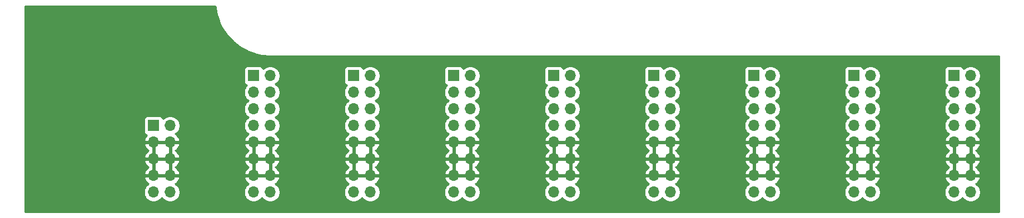
<source format=gbr>
G04 #@! TF.GenerationSoftware,KiCad,Pcbnew,(5.1.6-0-10_14)*
G04 #@! TF.CreationDate,2020-09-27T23:01:40+01:00*
G04 #@! TF.ProjectId,PSUExtensionBoard,50535545-7874-4656-9e73-696f6e426f61,rev?*
G04 #@! TF.SameCoordinates,Original*
G04 #@! TF.FileFunction,Copper,L2,Bot*
G04 #@! TF.FilePolarity,Positive*
%FSLAX46Y46*%
G04 Gerber Fmt 4.6, Leading zero omitted, Abs format (unit mm)*
G04 Created by KiCad (PCBNEW (5.1.6-0-10_14)) date 2020-09-27 23:01:40*
%MOMM*%
%LPD*%
G01*
G04 APERTURE LIST*
G04 #@! TA.AperFunction,ComponentPad*
%ADD10R,1.700000X1.700000*%
G04 #@! TD*
G04 #@! TA.AperFunction,ComponentPad*
%ADD11O,1.700000X1.700000*%
G04 #@! TD*
G04 #@! TA.AperFunction,ViaPad*
%ADD12C,0.800000*%
G04 #@! TD*
G04 #@! TA.AperFunction,Conductor*
%ADD13C,0.254000*%
G04 #@! TD*
G04 APERTURE END LIST*
D10*
X68580000Y-100330000D03*
D11*
X71120000Y-100330000D03*
X68580000Y-102870000D03*
X71120000Y-102870000D03*
X68580000Y-105410000D03*
X71120000Y-105410000D03*
X68580000Y-107950000D03*
X71120000Y-107950000D03*
X68580000Y-110490000D03*
X71120000Y-110490000D03*
D10*
X83820000Y-92710000D03*
D11*
X86360000Y-92710000D03*
X83820000Y-95250000D03*
X86360000Y-95250000D03*
X83820000Y-97790000D03*
X86360000Y-97790000D03*
X83820000Y-100330000D03*
X86360000Y-100330000D03*
X83820000Y-102870000D03*
X86360000Y-102870000D03*
X83820000Y-105410000D03*
X86360000Y-105410000D03*
X83820000Y-107950000D03*
X86360000Y-107950000D03*
X83820000Y-110490000D03*
X86360000Y-110490000D03*
X101600000Y-110490000D03*
X99060000Y-110490000D03*
X101600000Y-107950000D03*
X99060000Y-107950000D03*
X101600000Y-105410000D03*
X99060000Y-105410000D03*
X101600000Y-102870000D03*
X99060000Y-102870000D03*
X101600000Y-100330000D03*
X99060000Y-100330000D03*
X101600000Y-97790000D03*
X99060000Y-97790000D03*
X101600000Y-95250000D03*
X99060000Y-95250000D03*
X101600000Y-92710000D03*
D10*
X99060000Y-92710000D03*
X114300000Y-92710000D03*
D11*
X116840000Y-92710000D03*
X114300000Y-95250000D03*
X116840000Y-95250000D03*
X114300000Y-97790000D03*
X116840000Y-97790000D03*
X114300000Y-100330000D03*
X116840000Y-100330000D03*
X114300000Y-102870000D03*
X116840000Y-102870000D03*
X114300000Y-105410000D03*
X116840000Y-105410000D03*
X114300000Y-107950000D03*
X116840000Y-107950000D03*
X114300000Y-110490000D03*
X116840000Y-110490000D03*
X132080000Y-110490000D03*
X129540000Y-110490000D03*
X132080000Y-107950000D03*
X129540000Y-107950000D03*
X132080000Y-105410000D03*
X129540000Y-105410000D03*
X132080000Y-102870000D03*
X129540000Y-102870000D03*
X132080000Y-100330000D03*
X129540000Y-100330000D03*
X132080000Y-97790000D03*
X129540000Y-97790000D03*
X132080000Y-95250000D03*
X129540000Y-95250000D03*
X132080000Y-92710000D03*
D10*
X129540000Y-92710000D03*
X144780000Y-92710000D03*
D11*
X147320000Y-92710000D03*
X144780000Y-95250000D03*
X147320000Y-95250000D03*
X144780000Y-97790000D03*
X147320000Y-97790000D03*
X144780000Y-100330000D03*
X147320000Y-100330000D03*
X144780000Y-102870000D03*
X147320000Y-102870000D03*
X144780000Y-105410000D03*
X147320000Y-105410000D03*
X144780000Y-107950000D03*
X147320000Y-107950000D03*
X144780000Y-110490000D03*
X147320000Y-110490000D03*
X162560000Y-110490000D03*
X160020000Y-110490000D03*
X162560000Y-107950000D03*
X160020000Y-107950000D03*
X162560000Y-105410000D03*
X160020000Y-105410000D03*
X162560000Y-102870000D03*
X160020000Y-102870000D03*
X162560000Y-100330000D03*
X160020000Y-100330000D03*
X162560000Y-97790000D03*
X160020000Y-97790000D03*
X162560000Y-95250000D03*
X160020000Y-95250000D03*
X162560000Y-92710000D03*
D10*
X160020000Y-92710000D03*
X175260000Y-92710000D03*
D11*
X177800000Y-92710000D03*
X175260000Y-95250000D03*
X177800000Y-95250000D03*
X175260000Y-97790000D03*
X177800000Y-97790000D03*
X175260000Y-100330000D03*
X177800000Y-100330000D03*
X175260000Y-102870000D03*
X177800000Y-102870000D03*
X175260000Y-105410000D03*
X177800000Y-105410000D03*
X175260000Y-107950000D03*
X177800000Y-107950000D03*
X175260000Y-110490000D03*
X177800000Y-110490000D03*
X193040000Y-110490000D03*
X190500000Y-110490000D03*
X193040000Y-107950000D03*
X190500000Y-107950000D03*
X193040000Y-105410000D03*
X190500000Y-105410000D03*
X193040000Y-102870000D03*
X190500000Y-102870000D03*
X193040000Y-100330000D03*
X190500000Y-100330000D03*
X193040000Y-97790000D03*
X190500000Y-97790000D03*
X193040000Y-95250000D03*
X190500000Y-95250000D03*
X193040000Y-92710000D03*
D10*
X190500000Y-92710000D03*
D12*
X74295000Y-90170000D03*
X70035000Y-90170000D03*
X50800000Y-96901000D03*
X50800000Y-83883500D03*
X52350000Y-83883500D03*
X53900000Y-83883500D03*
X55450000Y-83883500D03*
X57000000Y-83883500D03*
X58550000Y-83883500D03*
X60100000Y-83883500D03*
X61650000Y-83883500D03*
X63200000Y-83883500D03*
X52350000Y-96901000D03*
X53900000Y-96901000D03*
X55450000Y-96901000D03*
X57000000Y-96901000D03*
X58550000Y-96901000D03*
X60100000Y-96901000D03*
X61650000Y-96901000D03*
X63200000Y-96901000D03*
X50800000Y-85333500D03*
X50800000Y-86783500D03*
X50800000Y-88233500D03*
X50800000Y-89683500D03*
X50800000Y-91133500D03*
X50800000Y-92583500D03*
X50800000Y-94033500D03*
X50800000Y-95483500D03*
X57404000Y-111760000D03*
X57395000Y-101591000D03*
X57404000Y-106680000D03*
X52350000Y-85333500D03*
X52350000Y-86783500D03*
X52350000Y-88233500D03*
X52350000Y-89683500D03*
X52350000Y-91133500D03*
X52350000Y-92583500D03*
X52350000Y-94033500D03*
X52350000Y-95483500D03*
X53900000Y-95483500D03*
X55450000Y-95483500D03*
X57000000Y-95483500D03*
X58550000Y-95483500D03*
X60100000Y-95483500D03*
X61650000Y-95483500D03*
X63200000Y-95483500D03*
D13*
G36*
X78013262Y-82256567D02*
G01*
X78015042Y-82269823D01*
X78015346Y-82283201D01*
X78026615Y-82360446D01*
X78239889Y-83442515D01*
X78244594Y-83459714D01*
X78247568Y-83477297D01*
X78269870Y-83552106D01*
X78637114Y-84592053D01*
X78644251Y-84608389D01*
X78649733Y-84625362D01*
X78682601Y-84696168D01*
X79196121Y-85672208D01*
X79205543Y-85687346D01*
X79213416Y-85703345D01*
X79256160Y-85768665D01*
X79905198Y-86660353D01*
X79916708Y-86673973D01*
X79926808Y-86688669D01*
X79978512Y-86747109D01*
X79978533Y-86747134D01*
X79978540Y-86747141D01*
X80749495Y-87535789D01*
X80762844Y-87547599D01*
X80774965Y-87560689D01*
X80834543Y-87611034D01*
X80834589Y-87611075D01*
X80834605Y-87611086D01*
X81711323Y-88280176D01*
X81726246Y-88289942D01*
X81740121Y-88301137D01*
X81806363Y-88342369D01*
X81806394Y-88342389D01*
X81806405Y-88342394D01*
X82770533Y-88877919D01*
X82786704Y-88885425D01*
X82802055Y-88894504D01*
X82873568Y-88925747D01*
X82873589Y-88925757D01*
X82873597Y-88925759D01*
X83904937Y-89316499D01*
X83922023Y-89321593D01*
X83938523Y-89328360D01*
X84013789Y-89348950D01*
X84013819Y-89348959D01*
X84013829Y-89348961D01*
X85090769Y-89586727D01*
X85108408Y-89589300D01*
X85125717Y-89593616D01*
X85203192Y-89603128D01*
X85203197Y-89603129D01*
X85203198Y-89603129D01*
X86293138Y-89682213D01*
X86321439Y-89685000D01*
X197335000Y-89685000D01*
X197335001Y-113515000D01*
X49045000Y-113515000D01*
X49045000Y-110343740D01*
X67095000Y-110343740D01*
X67095000Y-110636260D01*
X67152068Y-110923158D01*
X67264010Y-111193411D01*
X67426525Y-111436632D01*
X67633368Y-111643475D01*
X67876589Y-111805990D01*
X68146842Y-111917932D01*
X68433740Y-111975000D01*
X68726260Y-111975000D01*
X69013158Y-111917932D01*
X69283411Y-111805990D01*
X69526632Y-111643475D01*
X69733475Y-111436632D01*
X69850000Y-111262240D01*
X69966525Y-111436632D01*
X70173368Y-111643475D01*
X70416589Y-111805990D01*
X70686842Y-111917932D01*
X70973740Y-111975000D01*
X71266260Y-111975000D01*
X71553158Y-111917932D01*
X71823411Y-111805990D01*
X72066632Y-111643475D01*
X72273475Y-111436632D01*
X72435990Y-111193411D01*
X72547932Y-110923158D01*
X72605000Y-110636260D01*
X72605000Y-110343740D01*
X82335000Y-110343740D01*
X82335000Y-110636260D01*
X82392068Y-110923158D01*
X82504010Y-111193411D01*
X82666525Y-111436632D01*
X82873368Y-111643475D01*
X83116589Y-111805990D01*
X83386842Y-111917932D01*
X83673740Y-111975000D01*
X83966260Y-111975000D01*
X84253158Y-111917932D01*
X84523411Y-111805990D01*
X84766632Y-111643475D01*
X84973475Y-111436632D01*
X85090000Y-111262240D01*
X85206525Y-111436632D01*
X85413368Y-111643475D01*
X85656589Y-111805990D01*
X85926842Y-111917932D01*
X86213740Y-111975000D01*
X86506260Y-111975000D01*
X86793158Y-111917932D01*
X87063411Y-111805990D01*
X87306632Y-111643475D01*
X87513475Y-111436632D01*
X87675990Y-111193411D01*
X87787932Y-110923158D01*
X87845000Y-110636260D01*
X87845000Y-110343740D01*
X97575000Y-110343740D01*
X97575000Y-110636260D01*
X97632068Y-110923158D01*
X97744010Y-111193411D01*
X97906525Y-111436632D01*
X98113368Y-111643475D01*
X98356589Y-111805990D01*
X98626842Y-111917932D01*
X98913740Y-111975000D01*
X99206260Y-111975000D01*
X99493158Y-111917932D01*
X99763411Y-111805990D01*
X100006632Y-111643475D01*
X100213475Y-111436632D01*
X100330000Y-111262240D01*
X100446525Y-111436632D01*
X100653368Y-111643475D01*
X100896589Y-111805990D01*
X101166842Y-111917932D01*
X101453740Y-111975000D01*
X101746260Y-111975000D01*
X102033158Y-111917932D01*
X102303411Y-111805990D01*
X102546632Y-111643475D01*
X102753475Y-111436632D01*
X102915990Y-111193411D01*
X103027932Y-110923158D01*
X103085000Y-110636260D01*
X103085000Y-110343740D01*
X112815000Y-110343740D01*
X112815000Y-110636260D01*
X112872068Y-110923158D01*
X112984010Y-111193411D01*
X113146525Y-111436632D01*
X113353368Y-111643475D01*
X113596589Y-111805990D01*
X113866842Y-111917932D01*
X114153740Y-111975000D01*
X114446260Y-111975000D01*
X114733158Y-111917932D01*
X115003411Y-111805990D01*
X115246632Y-111643475D01*
X115453475Y-111436632D01*
X115570000Y-111262240D01*
X115686525Y-111436632D01*
X115893368Y-111643475D01*
X116136589Y-111805990D01*
X116406842Y-111917932D01*
X116693740Y-111975000D01*
X116986260Y-111975000D01*
X117273158Y-111917932D01*
X117543411Y-111805990D01*
X117786632Y-111643475D01*
X117993475Y-111436632D01*
X118155990Y-111193411D01*
X118267932Y-110923158D01*
X118325000Y-110636260D01*
X118325000Y-110343740D01*
X128055000Y-110343740D01*
X128055000Y-110636260D01*
X128112068Y-110923158D01*
X128224010Y-111193411D01*
X128386525Y-111436632D01*
X128593368Y-111643475D01*
X128836589Y-111805990D01*
X129106842Y-111917932D01*
X129393740Y-111975000D01*
X129686260Y-111975000D01*
X129973158Y-111917932D01*
X130243411Y-111805990D01*
X130486632Y-111643475D01*
X130693475Y-111436632D01*
X130810000Y-111262240D01*
X130926525Y-111436632D01*
X131133368Y-111643475D01*
X131376589Y-111805990D01*
X131646842Y-111917932D01*
X131933740Y-111975000D01*
X132226260Y-111975000D01*
X132513158Y-111917932D01*
X132783411Y-111805990D01*
X133026632Y-111643475D01*
X133233475Y-111436632D01*
X133395990Y-111193411D01*
X133507932Y-110923158D01*
X133565000Y-110636260D01*
X133565000Y-110343740D01*
X143295000Y-110343740D01*
X143295000Y-110636260D01*
X143352068Y-110923158D01*
X143464010Y-111193411D01*
X143626525Y-111436632D01*
X143833368Y-111643475D01*
X144076589Y-111805990D01*
X144346842Y-111917932D01*
X144633740Y-111975000D01*
X144926260Y-111975000D01*
X145213158Y-111917932D01*
X145483411Y-111805990D01*
X145726632Y-111643475D01*
X145933475Y-111436632D01*
X146050000Y-111262240D01*
X146166525Y-111436632D01*
X146373368Y-111643475D01*
X146616589Y-111805990D01*
X146886842Y-111917932D01*
X147173740Y-111975000D01*
X147466260Y-111975000D01*
X147753158Y-111917932D01*
X148023411Y-111805990D01*
X148266632Y-111643475D01*
X148473475Y-111436632D01*
X148635990Y-111193411D01*
X148747932Y-110923158D01*
X148805000Y-110636260D01*
X148805000Y-110343740D01*
X158535000Y-110343740D01*
X158535000Y-110636260D01*
X158592068Y-110923158D01*
X158704010Y-111193411D01*
X158866525Y-111436632D01*
X159073368Y-111643475D01*
X159316589Y-111805990D01*
X159586842Y-111917932D01*
X159873740Y-111975000D01*
X160166260Y-111975000D01*
X160453158Y-111917932D01*
X160723411Y-111805990D01*
X160966632Y-111643475D01*
X161173475Y-111436632D01*
X161290000Y-111262240D01*
X161406525Y-111436632D01*
X161613368Y-111643475D01*
X161856589Y-111805990D01*
X162126842Y-111917932D01*
X162413740Y-111975000D01*
X162706260Y-111975000D01*
X162993158Y-111917932D01*
X163263411Y-111805990D01*
X163506632Y-111643475D01*
X163713475Y-111436632D01*
X163875990Y-111193411D01*
X163987932Y-110923158D01*
X164045000Y-110636260D01*
X164045000Y-110343740D01*
X173775000Y-110343740D01*
X173775000Y-110636260D01*
X173832068Y-110923158D01*
X173944010Y-111193411D01*
X174106525Y-111436632D01*
X174313368Y-111643475D01*
X174556589Y-111805990D01*
X174826842Y-111917932D01*
X175113740Y-111975000D01*
X175406260Y-111975000D01*
X175693158Y-111917932D01*
X175963411Y-111805990D01*
X176206632Y-111643475D01*
X176413475Y-111436632D01*
X176530000Y-111262240D01*
X176646525Y-111436632D01*
X176853368Y-111643475D01*
X177096589Y-111805990D01*
X177366842Y-111917932D01*
X177653740Y-111975000D01*
X177946260Y-111975000D01*
X178233158Y-111917932D01*
X178503411Y-111805990D01*
X178746632Y-111643475D01*
X178953475Y-111436632D01*
X179115990Y-111193411D01*
X179227932Y-110923158D01*
X179285000Y-110636260D01*
X179285000Y-110343740D01*
X189015000Y-110343740D01*
X189015000Y-110636260D01*
X189072068Y-110923158D01*
X189184010Y-111193411D01*
X189346525Y-111436632D01*
X189553368Y-111643475D01*
X189796589Y-111805990D01*
X190066842Y-111917932D01*
X190353740Y-111975000D01*
X190646260Y-111975000D01*
X190933158Y-111917932D01*
X191203411Y-111805990D01*
X191446632Y-111643475D01*
X191653475Y-111436632D01*
X191770000Y-111262240D01*
X191886525Y-111436632D01*
X192093368Y-111643475D01*
X192336589Y-111805990D01*
X192606842Y-111917932D01*
X192893740Y-111975000D01*
X193186260Y-111975000D01*
X193473158Y-111917932D01*
X193743411Y-111805990D01*
X193986632Y-111643475D01*
X194193475Y-111436632D01*
X194355990Y-111193411D01*
X194467932Y-110923158D01*
X194525000Y-110636260D01*
X194525000Y-110343740D01*
X194467932Y-110056842D01*
X194355990Y-109786589D01*
X194193475Y-109543368D01*
X193986632Y-109336525D01*
X193804466Y-109214805D01*
X193921355Y-109145178D01*
X194137588Y-108950269D01*
X194311641Y-108716920D01*
X194436825Y-108454099D01*
X194481476Y-108306890D01*
X194360155Y-108077000D01*
X193167000Y-108077000D01*
X193167000Y-108097000D01*
X192913000Y-108097000D01*
X192913000Y-108077000D01*
X190627000Y-108077000D01*
X190627000Y-108097000D01*
X190373000Y-108097000D01*
X190373000Y-108077000D01*
X189179845Y-108077000D01*
X189058524Y-108306890D01*
X189103175Y-108454099D01*
X189228359Y-108716920D01*
X189402412Y-108950269D01*
X189618645Y-109145178D01*
X189735534Y-109214805D01*
X189553368Y-109336525D01*
X189346525Y-109543368D01*
X189184010Y-109786589D01*
X189072068Y-110056842D01*
X189015000Y-110343740D01*
X179285000Y-110343740D01*
X179227932Y-110056842D01*
X179115990Y-109786589D01*
X178953475Y-109543368D01*
X178746632Y-109336525D01*
X178564466Y-109214805D01*
X178681355Y-109145178D01*
X178897588Y-108950269D01*
X179071641Y-108716920D01*
X179196825Y-108454099D01*
X179241476Y-108306890D01*
X179120155Y-108077000D01*
X177927000Y-108077000D01*
X177927000Y-108097000D01*
X177673000Y-108097000D01*
X177673000Y-108077000D01*
X175387000Y-108077000D01*
X175387000Y-108097000D01*
X175133000Y-108097000D01*
X175133000Y-108077000D01*
X173939845Y-108077000D01*
X173818524Y-108306890D01*
X173863175Y-108454099D01*
X173988359Y-108716920D01*
X174162412Y-108950269D01*
X174378645Y-109145178D01*
X174495534Y-109214805D01*
X174313368Y-109336525D01*
X174106525Y-109543368D01*
X173944010Y-109786589D01*
X173832068Y-110056842D01*
X173775000Y-110343740D01*
X164045000Y-110343740D01*
X163987932Y-110056842D01*
X163875990Y-109786589D01*
X163713475Y-109543368D01*
X163506632Y-109336525D01*
X163324466Y-109214805D01*
X163441355Y-109145178D01*
X163657588Y-108950269D01*
X163831641Y-108716920D01*
X163956825Y-108454099D01*
X164001476Y-108306890D01*
X163880155Y-108077000D01*
X162687000Y-108077000D01*
X162687000Y-108097000D01*
X162433000Y-108097000D01*
X162433000Y-108077000D01*
X160147000Y-108077000D01*
X160147000Y-108097000D01*
X159893000Y-108097000D01*
X159893000Y-108077000D01*
X158699845Y-108077000D01*
X158578524Y-108306890D01*
X158623175Y-108454099D01*
X158748359Y-108716920D01*
X158922412Y-108950269D01*
X159138645Y-109145178D01*
X159255534Y-109214805D01*
X159073368Y-109336525D01*
X158866525Y-109543368D01*
X158704010Y-109786589D01*
X158592068Y-110056842D01*
X158535000Y-110343740D01*
X148805000Y-110343740D01*
X148747932Y-110056842D01*
X148635990Y-109786589D01*
X148473475Y-109543368D01*
X148266632Y-109336525D01*
X148084466Y-109214805D01*
X148201355Y-109145178D01*
X148417588Y-108950269D01*
X148591641Y-108716920D01*
X148716825Y-108454099D01*
X148761476Y-108306890D01*
X148640155Y-108077000D01*
X147447000Y-108077000D01*
X147447000Y-108097000D01*
X147193000Y-108097000D01*
X147193000Y-108077000D01*
X144907000Y-108077000D01*
X144907000Y-108097000D01*
X144653000Y-108097000D01*
X144653000Y-108077000D01*
X143459845Y-108077000D01*
X143338524Y-108306890D01*
X143383175Y-108454099D01*
X143508359Y-108716920D01*
X143682412Y-108950269D01*
X143898645Y-109145178D01*
X144015534Y-109214805D01*
X143833368Y-109336525D01*
X143626525Y-109543368D01*
X143464010Y-109786589D01*
X143352068Y-110056842D01*
X143295000Y-110343740D01*
X133565000Y-110343740D01*
X133507932Y-110056842D01*
X133395990Y-109786589D01*
X133233475Y-109543368D01*
X133026632Y-109336525D01*
X132844466Y-109214805D01*
X132961355Y-109145178D01*
X133177588Y-108950269D01*
X133351641Y-108716920D01*
X133476825Y-108454099D01*
X133521476Y-108306890D01*
X133400155Y-108077000D01*
X132207000Y-108077000D01*
X132207000Y-108097000D01*
X131953000Y-108097000D01*
X131953000Y-108077000D01*
X129667000Y-108077000D01*
X129667000Y-108097000D01*
X129413000Y-108097000D01*
X129413000Y-108077000D01*
X128219845Y-108077000D01*
X128098524Y-108306890D01*
X128143175Y-108454099D01*
X128268359Y-108716920D01*
X128442412Y-108950269D01*
X128658645Y-109145178D01*
X128775534Y-109214805D01*
X128593368Y-109336525D01*
X128386525Y-109543368D01*
X128224010Y-109786589D01*
X128112068Y-110056842D01*
X128055000Y-110343740D01*
X118325000Y-110343740D01*
X118267932Y-110056842D01*
X118155990Y-109786589D01*
X117993475Y-109543368D01*
X117786632Y-109336525D01*
X117604466Y-109214805D01*
X117721355Y-109145178D01*
X117937588Y-108950269D01*
X118111641Y-108716920D01*
X118236825Y-108454099D01*
X118281476Y-108306890D01*
X118160155Y-108077000D01*
X116967000Y-108077000D01*
X116967000Y-108097000D01*
X116713000Y-108097000D01*
X116713000Y-108077000D01*
X114427000Y-108077000D01*
X114427000Y-108097000D01*
X114173000Y-108097000D01*
X114173000Y-108077000D01*
X112979845Y-108077000D01*
X112858524Y-108306890D01*
X112903175Y-108454099D01*
X113028359Y-108716920D01*
X113202412Y-108950269D01*
X113418645Y-109145178D01*
X113535534Y-109214805D01*
X113353368Y-109336525D01*
X113146525Y-109543368D01*
X112984010Y-109786589D01*
X112872068Y-110056842D01*
X112815000Y-110343740D01*
X103085000Y-110343740D01*
X103027932Y-110056842D01*
X102915990Y-109786589D01*
X102753475Y-109543368D01*
X102546632Y-109336525D01*
X102364466Y-109214805D01*
X102481355Y-109145178D01*
X102697588Y-108950269D01*
X102871641Y-108716920D01*
X102996825Y-108454099D01*
X103041476Y-108306890D01*
X102920155Y-108077000D01*
X101727000Y-108077000D01*
X101727000Y-108097000D01*
X101473000Y-108097000D01*
X101473000Y-108077000D01*
X99187000Y-108077000D01*
X99187000Y-108097000D01*
X98933000Y-108097000D01*
X98933000Y-108077000D01*
X97739845Y-108077000D01*
X97618524Y-108306890D01*
X97663175Y-108454099D01*
X97788359Y-108716920D01*
X97962412Y-108950269D01*
X98178645Y-109145178D01*
X98295534Y-109214805D01*
X98113368Y-109336525D01*
X97906525Y-109543368D01*
X97744010Y-109786589D01*
X97632068Y-110056842D01*
X97575000Y-110343740D01*
X87845000Y-110343740D01*
X87787932Y-110056842D01*
X87675990Y-109786589D01*
X87513475Y-109543368D01*
X87306632Y-109336525D01*
X87124466Y-109214805D01*
X87241355Y-109145178D01*
X87457588Y-108950269D01*
X87631641Y-108716920D01*
X87756825Y-108454099D01*
X87801476Y-108306890D01*
X87680155Y-108077000D01*
X86487000Y-108077000D01*
X86487000Y-108097000D01*
X86233000Y-108097000D01*
X86233000Y-108077000D01*
X83947000Y-108077000D01*
X83947000Y-108097000D01*
X83693000Y-108097000D01*
X83693000Y-108077000D01*
X82499845Y-108077000D01*
X82378524Y-108306890D01*
X82423175Y-108454099D01*
X82548359Y-108716920D01*
X82722412Y-108950269D01*
X82938645Y-109145178D01*
X83055534Y-109214805D01*
X82873368Y-109336525D01*
X82666525Y-109543368D01*
X82504010Y-109786589D01*
X82392068Y-110056842D01*
X82335000Y-110343740D01*
X72605000Y-110343740D01*
X72547932Y-110056842D01*
X72435990Y-109786589D01*
X72273475Y-109543368D01*
X72066632Y-109336525D01*
X71884466Y-109214805D01*
X72001355Y-109145178D01*
X72217588Y-108950269D01*
X72391641Y-108716920D01*
X72516825Y-108454099D01*
X72561476Y-108306890D01*
X72440155Y-108077000D01*
X71247000Y-108077000D01*
X71247000Y-108097000D01*
X70993000Y-108097000D01*
X70993000Y-108077000D01*
X68707000Y-108077000D01*
X68707000Y-108097000D01*
X68453000Y-108097000D01*
X68453000Y-108077000D01*
X67259845Y-108077000D01*
X67138524Y-108306890D01*
X67183175Y-108454099D01*
X67308359Y-108716920D01*
X67482412Y-108950269D01*
X67698645Y-109145178D01*
X67815534Y-109214805D01*
X67633368Y-109336525D01*
X67426525Y-109543368D01*
X67264010Y-109786589D01*
X67152068Y-110056842D01*
X67095000Y-110343740D01*
X49045000Y-110343740D01*
X49045000Y-105766890D01*
X67138524Y-105766890D01*
X67183175Y-105914099D01*
X67308359Y-106176920D01*
X67482412Y-106410269D01*
X67698645Y-106605178D01*
X67824255Y-106680000D01*
X67698645Y-106754822D01*
X67482412Y-106949731D01*
X67308359Y-107183080D01*
X67183175Y-107445901D01*
X67138524Y-107593110D01*
X67259845Y-107823000D01*
X68453000Y-107823000D01*
X68453000Y-105537000D01*
X68707000Y-105537000D01*
X68707000Y-107823000D01*
X70993000Y-107823000D01*
X70993000Y-105537000D01*
X71247000Y-105537000D01*
X71247000Y-107823000D01*
X72440155Y-107823000D01*
X72561476Y-107593110D01*
X72516825Y-107445901D01*
X72391641Y-107183080D01*
X72217588Y-106949731D01*
X72001355Y-106754822D01*
X71875745Y-106680000D01*
X72001355Y-106605178D01*
X72217588Y-106410269D01*
X72391641Y-106176920D01*
X72516825Y-105914099D01*
X72561476Y-105766890D01*
X82378524Y-105766890D01*
X82423175Y-105914099D01*
X82548359Y-106176920D01*
X82722412Y-106410269D01*
X82938645Y-106605178D01*
X83064255Y-106680000D01*
X82938645Y-106754822D01*
X82722412Y-106949731D01*
X82548359Y-107183080D01*
X82423175Y-107445901D01*
X82378524Y-107593110D01*
X82499845Y-107823000D01*
X83693000Y-107823000D01*
X83693000Y-105537000D01*
X83947000Y-105537000D01*
X83947000Y-107823000D01*
X86233000Y-107823000D01*
X86233000Y-105537000D01*
X86487000Y-105537000D01*
X86487000Y-107823000D01*
X87680155Y-107823000D01*
X87801476Y-107593110D01*
X87756825Y-107445901D01*
X87631641Y-107183080D01*
X87457588Y-106949731D01*
X87241355Y-106754822D01*
X87115745Y-106680000D01*
X87241355Y-106605178D01*
X87457588Y-106410269D01*
X87631641Y-106176920D01*
X87756825Y-105914099D01*
X87801476Y-105766890D01*
X97618524Y-105766890D01*
X97663175Y-105914099D01*
X97788359Y-106176920D01*
X97962412Y-106410269D01*
X98178645Y-106605178D01*
X98304255Y-106680000D01*
X98178645Y-106754822D01*
X97962412Y-106949731D01*
X97788359Y-107183080D01*
X97663175Y-107445901D01*
X97618524Y-107593110D01*
X97739845Y-107823000D01*
X98933000Y-107823000D01*
X98933000Y-105537000D01*
X99187000Y-105537000D01*
X99187000Y-107823000D01*
X101473000Y-107823000D01*
X101473000Y-105537000D01*
X101727000Y-105537000D01*
X101727000Y-107823000D01*
X102920155Y-107823000D01*
X103041476Y-107593110D01*
X102996825Y-107445901D01*
X102871641Y-107183080D01*
X102697588Y-106949731D01*
X102481355Y-106754822D01*
X102355745Y-106680000D01*
X102481355Y-106605178D01*
X102697588Y-106410269D01*
X102871641Y-106176920D01*
X102996825Y-105914099D01*
X103041476Y-105766890D01*
X112858524Y-105766890D01*
X112903175Y-105914099D01*
X113028359Y-106176920D01*
X113202412Y-106410269D01*
X113418645Y-106605178D01*
X113544255Y-106680000D01*
X113418645Y-106754822D01*
X113202412Y-106949731D01*
X113028359Y-107183080D01*
X112903175Y-107445901D01*
X112858524Y-107593110D01*
X112979845Y-107823000D01*
X114173000Y-107823000D01*
X114173000Y-105537000D01*
X114427000Y-105537000D01*
X114427000Y-107823000D01*
X116713000Y-107823000D01*
X116713000Y-105537000D01*
X116967000Y-105537000D01*
X116967000Y-107823000D01*
X118160155Y-107823000D01*
X118281476Y-107593110D01*
X118236825Y-107445901D01*
X118111641Y-107183080D01*
X117937588Y-106949731D01*
X117721355Y-106754822D01*
X117595745Y-106680000D01*
X117721355Y-106605178D01*
X117937588Y-106410269D01*
X118111641Y-106176920D01*
X118236825Y-105914099D01*
X118281476Y-105766890D01*
X128098524Y-105766890D01*
X128143175Y-105914099D01*
X128268359Y-106176920D01*
X128442412Y-106410269D01*
X128658645Y-106605178D01*
X128784255Y-106680000D01*
X128658645Y-106754822D01*
X128442412Y-106949731D01*
X128268359Y-107183080D01*
X128143175Y-107445901D01*
X128098524Y-107593110D01*
X128219845Y-107823000D01*
X129413000Y-107823000D01*
X129413000Y-105537000D01*
X129667000Y-105537000D01*
X129667000Y-107823000D01*
X131953000Y-107823000D01*
X131953000Y-105537000D01*
X132207000Y-105537000D01*
X132207000Y-107823000D01*
X133400155Y-107823000D01*
X133521476Y-107593110D01*
X133476825Y-107445901D01*
X133351641Y-107183080D01*
X133177588Y-106949731D01*
X132961355Y-106754822D01*
X132835745Y-106680000D01*
X132961355Y-106605178D01*
X133177588Y-106410269D01*
X133351641Y-106176920D01*
X133476825Y-105914099D01*
X133521476Y-105766890D01*
X143338524Y-105766890D01*
X143383175Y-105914099D01*
X143508359Y-106176920D01*
X143682412Y-106410269D01*
X143898645Y-106605178D01*
X144024255Y-106680000D01*
X143898645Y-106754822D01*
X143682412Y-106949731D01*
X143508359Y-107183080D01*
X143383175Y-107445901D01*
X143338524Y-107593110D01*
X143459845Y-107823000D01*
X144653000Y-107823000D01*
X144653000Y-105537000D01*
X144907000Y-105537000D01*
X144907000Y-107823000D01*
X147193000Y-107823000D01*
X147193000Y-105537000D01*
X147447000Y-105537000D01*
X147447000Y-107823000D01*
X148640155Y-107823000D01*
X148761476Y-107593110D01*
X148716825Y-107445901D01*
X148591641Y-107183080D01*
X148417588Y-106949731D01*
X148201355Y-106754822D01*
X148075745Y-106680000D01*
X148201355Y-106605178D01*
X148417588Y-106410269D01*
X148591641Y-106176920D01*
X148716825Y-105914099D01*
X148761476Y-105766890D01*
X158578524Y-105766890D01*
X158623175Y-105914099D01*
X158748359Y-106176920D01*
X158922412Y-106410269D01*
X159138645Y-106605178D01*
X159264255Y-106680000D01*
X159138645Y-106754822D01*
X158922412Y-106949731D01*
X158748359Y-107183080D01*
X158623175Y-107445901D01*
X158578524Y-107593110D01*
X158699845Y-107823000D01*
X159893000Y-107823000D01*
X159893000Y-105537000D01*
X160147000Y-105537000D01*
X160147000Y-107823000D01*
X162433000Y-107823000D01*
X162433000Y-105537000D01*
X162687000Y-105537000D01*
X162687000Y-107823000D01*
X163880155Y-107823000D01*
X164001476Y-107593110D01*
X163956825Y-107445901D01*
X163831641Y-107183080D01*
X163657588Y-106949731D01*
X163441355Y-106754822D01*
X163315745Y-106680000D01*
X163441355Y-106605178D01*
X163657588Y-106410269D01*
X163831641Y-106176920D01*
X163956825Y-105914099D01*
X164001476Y-105766890D01*
X173818524Y-105766890D01*
X173863175Y-105914099D01*
X173988359Y-106176920D01*
X174162412Y-106410269D01*
X174378645Y-106605178D01*
X174504255Y-106680000D01*
X174378645Y-106754822D01*
X174162412Y-106949731D01*
X173988359Y-107183080D01*
X173863175Y-107445901D01*
X173818524Y-107593110D01*
X173939845Y-107823000D01*
X175133000Y-107823000D01*
X175133000Y-105537000D01*
X175387000Y-105537000D01*
X175387000Y-107823000D01*
X177673000Y-107823000D01*
X177673000Y-105537000D01*
X177927000Y-105537000D01*
X177927000Y-107823000D01*
X179120155Y-107823000D01*
X179241476Y-107593110D01*
X179196825Y-107445901D01*
X179071641Y-107183080D01*
X178897588Y-106949731D01*
X178681355Y-106754822D01*
X178555745Y-106680000D01*
X178681355Y-106605178D01*
X178897588Y-106410269D01*
X179071641Y-106176920D01*
X179196825Y-105914099D01*
X179241476Y-105766890D01*
X189058524Y-105766890D01*
X189103175Y-105914099D01*
X189228359Y-106176920D01*
X189402412Y-106410269D01*
X189618645Y-106605178D01*
X189744255Y-106680000D01*
X189618645Y-106754822D01*
X189402412Y-106949731D01*
X189228359Y-107183080D01*
X189103175Y-107445901D01*
X189058524Y-107593110D01*
X189179845Y-107823000D01*
X190373000Y-107823000D01*
X190373000Y-105537000D01*
X190627000Y-105537000D01*
X190627000Y-107823000D01*
X192913000Y-107823000D01*
X192913000Y-105537000D01*
X193167000Y-105537000D01*
X193167000Y-107823000D01*
X194360155Y-107823000D01*
X194481476Y-107593110D01*
X194436825Y-107445901D01*
X194311641Y-107183080D01*
X194137588Y-106949731D01*
X193921355Y-106754822D01*
X193795745Y-106680000D01*
X193921355Y-106605178D01*
X194137588Y-106410269D01*
X194311641Y-106176920D01*
X194436825Y-105914099D01*
X194481476Y-105766890D01*
X194360155Y-105537000D01*
X193167000Y-105537000D01*
X192913000Y-105537000D01*
X190627000Y-105537000D01*
X190373000Y-105537000D01*
X189179845Y-105537000D01*
X189058524Y-105766890D01*
X179241476Y-105766890D01*
X179120155Y-105537000D01*
X177927000Y-105537000D01*
X177673000Y-105537000D01*
X175387000Y-105537000D01*
X175133000Y-105537000D01*
X173939845Y-105537000D01*
X173818524Y-105766890D01*
X164001476Y-105766890D01*
X163880155Y-105537000D01*
X162687000Y-105537000D01*
X162433000Y-105537000D01*
X160147000Y-105537000D01*
X159893000Y-105537000D01*
X158699845Y-105537000D01*
X158578524Y-105766890D01*
X148761476Y-105766890D01*
X148640155Y-105537000D01*
X147447000Y-105537000D01*
X147193000Y-105537000D01*
X144907000Y-105537000D01*
X144653000Y-105537000D01*
X143459845Y-105537000D01*
X143338524Y-105766890D01*
X133521476Y-105766890D01*
X133400155Y-105537000D01*
X132207000Y-105537000D01*
X131953000Y-105537000D01*
X129667000Y-105537000D01*
X129413000Y-105537000D01*
X128219845Y-105537000D01*
X128098524Y-105766890D01*
X118281476Y-105766890D01*
X118160155Y-105537000D01*
X116967000Y-105537000D01*
X116713000Y-105537000D01*
X114427000Y-105537000D01*
X114173000Y-105537000D01*
X112979845Y-105537000D01*
X112858524Y-105766890D01*
X103041476Y-105766890D01*
X102920155Y-105537000D01*
X101727000Y-105537000D01*
X101473000Y-105537000D01*
X99187000Y-105537000D01*
X98933000Y-105537000D01*
X97739845Y-105537000D01*
X97618524Y-105766890D01*
X87801476Y-105766890D01*
X87680155Y-105537000D01*
X86487000Y-105537000D01*
X86233000Y-105537000D01*
X83947000Y-105537000D01*
X83693000Y-105537000D01*
X82499845Y-105537000D01*
X82378524Y-105766890D01*
X72561476Y-105766890D01*
X72440155Y-105537000D01*
X71247000Y-105537000D01*
X70993000Y-105537000D01*
X68707000Y-105537000D01*
X68453000Y-105537000D01*
X67259845Y-105537000D01*
X67138524Y-105766890D01*
X49045000Y-105766890D01*
X49045000Y-103226890D01*
X67138524Y-103226890D01*
X67183175Y-103374099D01*
X67308359Y-103636920D01*
X67482412Y-103870269D01*
X67698645Y-104065178D01*
X67824255Y-104140000D01*
X67698645Y-104214822D01*
X67482412Y-104409731D01*
X67308359Y-104643080D01*
X67183175Y-104905901D01*
X67138524Y-105053110D01*
X67259845Y-105283000D01*
X68453000Y-105283000D01*
X68453000Y-102997000D01*
X68707000Y-102997000D01*
X68707000Y-105283000D01*
X70993000Y-105283000D01*
X70993000Y-102997000D01*
X71247000Y-102997000D01*
X71247000Y-105283000D01*
X72440155Y-105283000D01*
X72561476Y-105053110D01*
X72516825Y-104905901D01*
X72391641Y-104643080D01*
X72217588Y-104409731D01*
X72001355Y-104214822D01*
X71875745Y-104140000D01*
X72001355Y-104065178D01*
X72217588Y-103870269D01*
X72391641Y-103636920D01*
X72516825Y-103374099D01*
X72561476Y-103226890D01*
X82378524Y-103226890D01*
X82423175Y-103374099D01*
X82548359Y-103636920D01*
X82722412Y-103870269D01*
X82938645Y-104065178D01*
X83064255Y-104140000D01*
X82938645Y-104214822D01*
X82722412Y-104409731D01*
X82548359Y-104643080D01*
X82423175Y-104905901D01*
X82378524Y-105053110D01*
X82499845Y-105283000D01*
X83693000Y-105283000D01*
X83693000Y-102997000D01*
X83947000Y-102997000D01*
X83947000Y-105283000D01*
X86233000Y-105283000D01*
X86233000Y-102997000D01*
X86487000Y-102997000D01*
X86487000Y-105283000D01*
X87680155Y-105283000D01*
X87801476Y-105053110D01*
X87756825Y-104905901D01*
X87631641Y-104643080D01*
X87457588Y-104409731D01*
X87241355Y-104214822D01*
X87115745Y-104140000D01*
X87241355Y-104065178D01*
X87457588Y-103870269D01*
X87631641Y-103636920D01*
X87756825Y-103374099D01*
X87801476Y-103226890D01*
X97618524Y-103226890D01*
X97663175Y-103374099D01*
X97788359Y-103636920D01*
X97962412Y-103870269D01*
X98178645Y-104065178D01*
X98304255Y-104140000D01*
X98178645Y-104214822D01*
X97962412Y-104409731D01*
X97788359Y-104643080D01*
X97663175Y-104905901D01*
X97618524Y-105053110D01*
X97739845Y-105283000D01*
X98933000Y-105283000D01*
X98933000Y-102997000D01*
X99187000Y-102997000D01*
X99187000Y-105283000D01*
X101473000Y-105283000D01*
X101473000Y-102997000D01*
X101727000Y-102997000D01*
X101727000Y-105283000D01*
X102920155Y-105283000D01*
X103041476Y-105053110D01*
X102996825Y-104905901D01*
X102871641Y-104643080D01*
X102697588Y-104409731D01*
X102481355Y-104214822D01*
X102355745Y-104140000D01*
X102481355Y-104065178D01*
X102697588Y-103870269D01*
X102871641Y-103636920D01*
X102996825Y-103374099D01*
X103041476Y-103226890D01*
X112858524Y-103226890D01*
X112903175Y-103374099D01*
X113028359Y-103636920D01*
X113202412Y-103870269D01*
X113418645Y-104065178D01*
X113544255Y-104140000D01*
X113418645Y-104214822D01*
X113202412Y-104409731D01*
X113028359Y-104643080D01*
X112903175Y-104905901D01*
X112858524Y-105053110D01*
X112979845Y-105283000D01*
X114173000Y-105283000D01*
X114173000Y-102997000D01*
X114427000Y-102997000D01*
X114427000Y-105283000D01*
X116713000Y-105283000D01*
X116713000Y-102997000D01*
X116967000Y-102997000D01*
X116967000Y-105283000D01*
X118160155Y-105283000D01*
X118281476Y-105053110D01*
X118236825Y-104905901D01*
X118111641Y-104643080D01*
X117937588Y-104409731D01*
X117721355Y-104214822D01*
X117595745Y-104140000D01*
X117721355Y-104065178D01*
X117937588Y-103870269D01*
X118111641Y-103636920D01*
X118236825Y-103374099D01*
X118281476Y-103226890D01*
X128098524Y-103226890D01*
X128143175Y-103374099D01*
X128268359Y-103636920D01*
X128442412Y-103870269D01*
X128658645Y-104065178D01*
X128784255Y-104140000D01*
X128658645Y-104214822D01*
X128442412Y-104409731D01*
X128268359Y-104643080D01*
X128143175Y-104905901D01*
X128098524Y-105053110D01*
X128219845Y-105283000D01*
X129413000Y-105283000D01*
X129413000Y-102997000D01*
X129667000Y-102997000D01*
X129667000Y-105283000D01*
X131953000Y-105283000D01*
X131953000Y-102997000D01*
X132207000Y-102997000D01*
X132207000Y-105283000D01*
X133400155Y-105283000D01*
X133521476Y-105053110D01*
X133476825Y-104905901D01*
X133351641Y-104643080D01*
X133177588Y-104409731D01*
X132961355Y-104214822D01*
X132835745Y-104140000D01*
X132961355Y-104065178D01*
X133177588Y-103870269D01*
X133351641Y-103636920D01*
X133476825Y-103374099D01*
X133521476Y-103226890D01*
X143338524Y-103226890D01*
X143383175Y-103374099D01*
X143508359Y-103636920D01*
X143682412Y-103870269D01*
X143898645Y-104065178D01*
X144024255Y-104140000D01*
X143898645Y-104214822D01*
X143682412Y-104409731D01*
X143508359Y-104643080D01*
X143383175Y-104905901D01*
X143338524Y-105053110D01*
X143459845Y-105283000D01*
X144653000Y-105283000D01*
X144653000Y-102997000D01*
X144907000Y-102997000D01*
X144907000Y-105283000D01*
X147193000Y-105283000D01*
X147193000Y-102997000D01*
X147447000Y-102997000D01*
X147447000Y-105283000D01*
X148640155Y-105283000D01*
X148761476Y-105053110D01*
X148716825Y-104905901D01*
X148591641Y-104643080D01*
X148417588Y-104409731D01*
X148201355Y-104214822D01*
X148075745Y-104140000D01*
X148201355Y-104065178D01*
X148417588Y-103870269D01*
X148591641Y-103636920D01*
X148716825Y-103374099D01*
X148761476Y-103226890D01*
X158578524Y-103226890D01*
X158623175Y-103374099D01*
X158748359Y-103636920D01*
X158922412Y-103870269D01*
X159138645Y-104065178D01*
X159264255Y-104140000D01*
X159138645Y-104214822D01*
X158922412Y-104409731D01*
X158748359Y-104643080D01*
X158623175Y-104905901D01*
X158578524Y-105053110D01*
X158699845Y-105283000D01*
X159893000Y-105283000D01*
X159893000Y-102997000D01*
X160147000Y-102997000D01*
X160147000Y-105283000D01*
X162433000Y-105283000D01*
X162433000Y-102997000D01*
X162687000Y-102997000D01*
X162687000Y-105283000D01*
X163880155Y-105283000D01*
X164001476Y-105053110D01*
X163956825Y-104905901D01*
X163831641Y-104643080D01*
X163657588Y-104409731D01*
X163441355Y-104214822D01*
X163315745Y-104140000D01*
X163441355Y-104065178D01*
X163657588Y-103870269D01*
X163831641Y-103636920D01*
X163956825Y-103374099D01*
X164001476Y-103226890D01*
X173818524Y-103226890D01*
X173863175Y-103374099D01*
X173988359Y-103636920D01*
X174162412Y-103870269D01*
X174378645Y-104065178D01*
X174504255Y-104140000D01*
X174378645Y-104214822D01*
X174162412Y-104409731D01*
X173988359Y-104643080D01*
X173863175Y-104905901D01*
X173818524Y-105053110D01*
X173939845Y-105283000D01*
X175133000Y-105283000D01*
X175133000Y-102997000D01*
X175387000Y-102997000D01*
X175387000Y-105283000D01*
X177673000Y-105283000D01*
X177673000Y-102997000D01*
X177927000Y-102997000D01*
X177927000Y-105283000D01*
X179120155Y-105283000D01*
X179241476Y-105053110D01*
X179196825Y-104905901D01*
X179071641Y-104643080D01*
X178897588Y-104409731D01*
X178681355Y-104214822D01*
X178555745Y-104140000D01*
X178681355Y-104065178D01*
X178897588Y-103870269D01*
X179071641Y-103636920D01*
X179196825Y-103374099D01*
X179241476Y-103226890D01*
X189058524Y-103226890D01*
X189103175Y-103374099D01*
X189228359Y-103636920D01*
X189402412Y-103870269D01*
X189618645Y-104065178D01*
X189744255Y-104140000D01*
X189618645Y-104214822D01*
X189402412Y-104409731D01*
X189228359Y-104643080D01*
X189103175Y-104905901D01*
X189058524Y-105053110D01*
X189179845Y-105283000D01*
X190373000Y-105283000D01*
X190373000Y-102997000D01*
X190627000Y-102997000D01*
X190627000Y-105283000D01*
X192913000Y-105283000D01*
X192913000Y-102997000D01*
X193167000Y-102997000D01*
X193167000Y-105283000D01*
X194360155Y-105283000D01*
X194481476Y-105053110D01*
X194436825Y-104905901D01*
X194311641Y-104643080D01*
X194137588Y-104409731D01*
X193921355Y-104214822D01*
X193795745Y-104140000D01*
X193921355Y-104065178D01*
X194137588Y-103870269D01*
X194311641Y-103636920D01*
X194436825Y-103374099D01*
X194481476Y-103226890D01*
X194360155Y-102997000D01*
X193167000Y-102997000D01*
X192913000Y-102997000D01*
X190627000Y-102997000D01*
X190373000Y-102997000D01*
X189179845Y-102997000D01*
X189058524Y-103226890D01*
X179241476Y-103226890D01*
X179120155Y-102997000D01*
X177927000Y-102997000D01*
X177673000Y-102997000D01*
X175387000Y-102997000D01*
X175133000Y-102997000D01*
X173939845Y-102997000D01*
X173818524Y-103226890D01*
X164001476Y-103226890D01*
X163880155Y-102997000D01*
X162687000Y-102997000D01*
X162433000Y-102997000D01*
X160147000Y-102997000D01*
X159893000Y-102997000D01*
X158699845Y-102997000D01*
X158578524Y-103226890D01*
X148761476Y-103226890D01*
X148640155Y-102997000D01*
X147447000Y-102997000D01*
X147193000Y-102997000D01*
X144907000Y-102997000D01*
X144653000Y-102997000D01*
X143459845Y-102997000D01*
X143338524Y-103226890D01*
X133521476Y-103226890D01*
X133400155Y-102997000D01*
X132207000Y-102997000D01*
X131953000Y-102997000D01*
X129667000Y-102997000D01*
X129413000Y-102997000D01*
X128219845Y-102997000D01*
X128098524Y-103226890D01*
X118281476Y-103226890D01*
X118160155Y-102997000D01*
X116967000Y-102997000D01*
X116713000Y-102997000D01*
X114427000Y-102997000D01*
X114173000Y-102997000D01*
X112979845Y-102997000D01*
X112858524Y-103226890D01*
X103041476Y-103226890D01*
X102920155Y-102997000D01*
X101727000Y-102997000D01*
X101473000Y-102997000D01*
X99187000Y-102997000D01*
X98933000Y-102997000D01*
X97739845Y-102997000D01*
X97618524Y-103226890D01*
X87801476Y-103226890D01*
X87680155Y-102997000D01*
X86487000Y-102997000D01*
X86233000Y-102997000D01*
X83947000Y-102997000D01*
X83693000Y-102997000D01*
X82499845Y-102997000D01*
X82378524Y-103226890D01*
X72561476Y-103226890D01*
X72440155Y-102997000D01*
X71247000Y-102997000D01*
X70993000Y-102997000D01*
X68707000Y-102997000D01*
X68453000Y-102997000D01*
X67259845Y-102997000D01*
X67138524Y-103226890D01*
X49045000Y-103226890D01*
X49045000Y-99480000D01*
X67091928Y-99480000D01*
X67091928Y-101180000D01*
X67104188Y-101304482D01*
X67140498Y-101424180D01*
X67199463Y-101534494D01*
X67278815Y-101631185D01*
X67375506Y-101710537D01*
X67485820Y-101769502D01*
X67566466Y-101793966D01*
X67482412Y-101869731D01*
X67308359Y-102103080D01*
X67183175Y-102365901D01*
X67138524Y-102513110D01*
X67259845Y-102743000D01*
X68453000Y-102743000D01*
X68453000Y-102723000D01*
X68707000Y-102723000D01*
X68707000Y-102743000D01*
X70993000Y-102743000D01*
X70993000Y-102723000D01*
X71247000Y-102723000D01*
X71247000Y-102743000D01*
X72440155Y-102743000D01*
X72561476Y-102513110D01*
X72516825Y-102365901D01*
X72391641Y-102103080D01*
X72217588Y-101869731D01*
X72001355Y-101674822D01*
X71884466Y-101605195D01*
X72066632Y-101483475D01*
X72273475Y-101276632D01*
X72435990Y-101033411D01*
X72547932Y-100763158D01*
X72605000Y-100476260D01*
X72605000Y-100183740D01*
X72547932Y-99896842D01*
X72435990Y-99626589D01*
X72273475Y-99383368D01*
X72066632Y-99176525D01*
X71823411Y-99014010D01*
X71553158Y-98902068D01*
X71266260Y-98845000D01*
X70973740Y-98845000D01*
X70686842Y-98902068D01*
X70416589Y-99014010D01*
X70173368Y-99176525D01*
X70041513Y-99308380D01*
X70019502Y-99235820D01*
X69960537Y-99125506D01*
X69881185Y-99028815D01*
X69784494Y-98949463D01*
X69674180Y-98890498D01*
X69554482Y-98854188D01*
X69430000Y-98841928D01*
X67730000Y-98841928D01*
X67605518Y-98854188D01*
X67485820Y-98890498D01*
X67375506Y-98949463D01*
X67278815Y-99028815D01*
X67199463Y-99125506D01*
X67140498Y-99235820D01*
X67104188Y-99355518D01*
X67091928Y-99480000D01*
X49045000Y-99480000D01*
X49045000Y-91860000D01*
X82331928Y-91860000D01*
X82331928Y-93560000D01*
X82344188Y-93684482D01*
X82380498Y-93804180D01*
X82439463Y-93914494D01*
X82518815Y-94011185D01*
X82615506Y-94090537D01*
X82725820Y-94149502D01*
X82798380Y-94171513D01*
X82666525Y-94303368D01*
X82504010Y-94546589D01*
X82392068Y-94816842D01*
X82335000Y-95103740D01*
X82335000Y-95396260D01*
X82392068Y-95683158D01*
X82504010Y-95953411D01*
X82666525Y-96196632D01*
X82873368Y-96403475D01*
X83047760Y-96520000D01*
X82873368Y-96636525D01*
X82666525Y-96843368D01*
X82504010Y-97086589D01*
X82392068Y-97356842D01*
X82335000Y-97643740D01*
X82335000Y-97936260D01*
X82392068Y-98223158D01*
X82504010Y-98493411D01*
X82666525Y-98736632D01*
X82873368Y-98943475D01*
X83047760Y-99060000D01*
X82873368Y-99176525D01*
X82666525Y-99383368D01*
X82504010Y-99626589D01*
X82392068Y-99896842D01*
X82335000Y-100183740D01*
X82335000Y-100476260D01*
X82392068Y-100763158D01*
X82504010Y-101033411D01*
X82666525Y-101276632D01*
X82873368Y-101483475D01*
X83055534Y-101605195D01*
X82938645Y-101674822D01*
X82722412Y-101869731D01*
X82548359Y-102103080D01*
X82423175Y-102365901D01*
X82378524Y-102513110D01*
X82499845Y-102743000D01*
X83693000Y-102743000D01*
X83693000Y-102723000D01*
X83947000Y-102723000D01*
X83947000Y-102743000D01*
X86233000Y-102743000D01*
X86233000Y-102723000D01*
X86487000Y-102723000D01*
X86487000Y-102743000D01*
X87680155Y-102743000D01*
X87801476Y-102513110D01*
X87756825Y-102365901D01*
X87631641Y-102103080D01*
X87457588Y-101869731D01*
X87241355Y-101674822D01*
X87124466Y-101605195D01*
X87306632Y-101483475D01*
X87513475Y-101276632D01*
X87675990Y-101033411D01*
X87787932Y-100763158D01*
X87845000Y-100476260D01*
X87845000Y-100183740D01*
X87787932Y-99896842D01*
X87675990Y-99626589D01*
X87513475Y-99383368D01*
X87306632Y-99176525D01*
X87132240Y-99060000D01*
X87306632Y-98943475D01*
X87513475Y-98736632D01*
X87675990Y-98493411D01*
X87787932Y-98223158D01*
X87845000Y-97936260D01*
X87845000Y-97643740D01*
X87787932Y-97356842D01*
X87675990Y-97086589D01*
X87513475Y-96843368D01*
X87306632Y-96636525D01*
X87132240Y-96520000D01*
X87306632Y-96403475D01*
X87513475Y-96196632D01*
X87675990Y-95953411D01*
X87787932Y-95683158D01*
X87845000Y-95396260D01*
X87845000Y-95103740D01*
X87787932Y-94816842D01*
X87675990Y-94546589D01*
X87513475Y-94303368D01*
X87306632Y-94096525D01*
X87132240Y-93980000D01*
X87306632Y-93863475D01*
X87513475Y-93656632D01*
X87675990Y-93413411D01*
X87787932Y-93143158D01*
X87845000Y-92856260D01*
X87845000Y-92563740D01*
X87787932Y-92276842D01*
X87675990Y-92006589D01*
X87578043Y-91860000D01*
X97571928Y-91860000D01*
X97571928Y-93560000D01*
X97584188Y-93684482D01*
X97620498Y-93804180D01*
X97679463Y-93914494D01*
X97758815Y-94011185D01*
X97855506Y-94090537D01*
X97965820Y-94149502D01*
X98038380Y-94171513D01*
X97906525Y-94303368D01*
X97744010Y-94546589D01*
X97632068Y-94816842D01*
X97575000Y-95103740D01*
X97575000Y-95396260D01*
X97632068Y-95683158D01*
X97744010Y-95953411D01*
X97906525Y-96196632D01*
X98113368Y-96403475D01*
X98287760Y-96520000D01*
X98113368Y-96636525D01*
X97906525Y-96843368D01*
X97744010Y-97086589D01*
X97632068Y-97356842D01*
X97575000Y-97643740D01*
X97575000Y-97936260D01*
X97632068Y-98223158D01*
X97744010Y-98493411D01*
X97906525Y-98736632D01*
X98113368Y-98943475D01*
X98287760Y-99060000D01*
X98113368Y-99176525D01*
X97906525Y-99383368D01*
X97744010Y-99626589D01*
X97632068Y-99896842D01*
X97575000Y-100183740D01*
X97575000Y-100476260D01*
X97632068Y-100763158D01*
X97744010Y-101033411D01*
X97906525Y-101276632D01*
X98113368Y-101483475D01*
X98295534Y-101605195D01*
X98178645Y-101674822D01*
X97962412Y-101869731D01*
X97788359Y-102103080D01*
X97663175Y-102365901D01*
X97618524Y-102513110D01*
X97739845Y-102743000D01*
X98933000Y-102743000D01*
X98933000Y-102723000D01*
X99187000Y-102723000D01*
X99187000Y-102743000D01*
X101473000Y-102743000D01*
X101473000Y-102723000D01*
X101727000Y-102723000D01*
X101727000Y-102743000D01*
X102920155Y-102743000D01*
X103041476Y-102513110D01*
X102996825Y-102365901D01*
X102871641Y-102103080D01*
X102697588Y-101869731D01*
X102481355Y-101674822D01*
X102364466Y-101605195D01*
X102546632Y-101483475D01*
X102753475Y-101276632D01*
X102915990Y-101033411D01*
X103027932Y-100763158D01*
X103085000Y-100476260D01*
X103085000Y-100183740D01*
X103027932Y-99896842D01*
X102915990Y-99626589D01*
X102753475Y-99383368D01*
X102546632Y-99176525D01*
X102372240Y-99060000D01*
X102546632Y-98943475D01*
X102753475Y-98736632D01*
X102915990Y-98493411D01*
X103027932Y-98223158D01*
X103085000Y-97936260D01*
X103085000Y-97643740D01*
X103027932Y-97356842D01*
X102915990Y-97086589D01*
X102753475Y-96843368D01*
X102546632Y-96636525D01*
X102372240Y-96520000D01*
X102546632Y-96403475D01*
X102753475Y-96196632D01*
X102915990Y-95953411D01*
X103027932Y-95683158D01*
X103085000Y-95396260D01*
X103085000Y-95103740D01*
X103027932Y-94816842D01*
X102915990Y-94546589D01*
X102753475Y-94303368D01*
X102546632Y-94096525D01*
X102372240Y-93980000D01*
X102546632Y-93863475D01*
X102753475Y-93656632D01*
X102915990Y-93413411D01*
X103027932Y-93143158D01*
X103085000Y-92856260D01*
X103085000Y-92563740D01*
X103027932Y-92276842D01*
X102915990Y-92006589D01*
X102818043Y-91860000D01*
X112811928Y-91860000D01*
X112811928Y-93560000D01*
X112824188Y-93684482D01*
X112860498Y-93804180D01*
X112919463Y-93914494D01*
X112998815Y-94011185D01*
X113095506Y-94090537D01*
X113205820Y-94149502D01*
X113278380Y-94171513D01*
X113146525Y-94303368D01*
X112984010Y-94546589D01*
X112872068Y-94816842D01*
X112815000Y-95103740D01*
X112815000Y-95396260D01*
X112872068Y-95683158D01*
X112984010Y-95953411D01*
X113146525Y-96196632D01*
X113353368Y-96403475D01*
X113527760Y-96520000D01*
X113353368Y-96636525D01*
X113146525Y-96843368D01*
X112984010Y-97086589D01*
X112872068Y-97356842D01*
X112815000Y-97643740D01*
X112815000Y-97936260D01*
X112872068Y-98223158D01*
X112984010Y-98493411D01*
X113146525Y-98736632D01*
X113353368Y-98943475D01*
X113527760Y-99060000D01*
X113353368Y-99176525D01*
X113146525Y-99383368D01*
X112984010Y-99626589D01*
X112872068Y-99896842D01*
X112815000Y-100183740D01*
X112815000Y-100476260D01*
X112872068Y-100763158D01*
X112984010Y-101033411D01*
X113146525Y-101276632D01*
X113353368Y-101483475D01*
X113535534Y-101605195D01*
X113418645Y-101674822D01*
X113202412Y-101869731D01*
X113028359Y-102103080D01*
X112903175Y-102365901D01*
X112858524Y-102513110D01*
X112979845Y-102743000D01*
X114173000Y-102743000D01*
X114173000Y-102723000D01*
X114427000Y-102723000D01*
X114427000Y-102743000D01*
X116713000Y-102743000D01*
X116713000Y-102723000D01*
X116967000Y-102723000D01*
X116967000Y-102743000D01*
X118160155Y-102743000D01*
X118281476Y-102513110D01*
X118236825Y-102365901D01*
X118111641Y-102103080D01*
X117937588Y-101869731D01*
X117721355Y-101674822D01*
X117604466Y-101605195D01*
X117786632Y-101483475D01*
X117993475Y-101276632D01*
X118155990Y-101033411D01*
X118267932Y-100763158D01*
X118325000Y-100476260D01*
X118325000Y-100183740D01*
X118267932Y-99896842D01*
X118155990Y-99626589D01*
X117993475Y-99383368D01*
X117786632Y-99176525D01*
X117612240Y-99060000D01*
X117786632Y-98943475D01*
X117993475Y-98736632D01*
X118155990Y-98493411D01*
X118267932Y-98223158D01*
X118325000Y-97936260D01*
X118325000Y-97643740D01*
X118267932Y-97356842D01*
X118155990Y-97086589D01*
X117993475Y-96843368D01*
X117786632Y-96636525D01*
X117612240Y-96520000D01*
X117786632Y-96403475D01*
X117993475Y-96196632D01*
X118155990Y-95953411D01*
X118267932Y-95683158D01*
X118325000Y-95396260D01*
X118325000Y-95103740D01*
X118267932Y-94816842D01*
X118155990Y-94546589D01*
X117993475Y-94303368D01*
X117786632Y-94096525D01*
X117612240Y-93980000D01*
X117786632Y-93863475D01*
X117993475Y-93656632D01*
X118155990Y-93413411D01*
X118267932Y-93143158D01*
X118325000Y-92856260D01*
X118325000Y-92563740D01*
X118267932Y-92276842D01*
X118155990Y-92006589D01*
X118058043Y-91860000D01*
X128051928Y-91860000D01*
X128051928Y-93560000D01*
X128064188Y-93684482D01*
X128100498Y-93804180D01*
X128159463Y-93914494D01*
X128238815Y-94011185D01*
X128335506Y-94090537D01*
X128445820Y-94149502D01*
X128518380Y-94171513D01*
X128386525Y-94303368D01*
X128224010Y-94546589D01*
X128112068Y-94816842D01*
X128055000Y-95103740D01*
X128055000Y-95396260D01*
X128112068Y-95683158D01*
X128224010Y-95953411D01*
X128386525Y-96196632D01*
X128593368Y-96403475D01*
X128767760Y-96520000D01*
X128593368Y-96636525D01*
X128386525Y-96843368D01*
X128224010Y-97086589D01*
X128112068Y-97356842D01*
X128055000Y-97643740D01*
X128055000Y-97936260D01*
X128112068Y-98223158D01*
X128224010Y-98493411D01*
X128386525Y-98736632D01*
X128593368Y-98943475D01*
X128767760Y-99060000D01*
X128593368Y-99176525D01*
X128386525Y-99383368D01*
X128224010Y-99626589D01*
X128112068Y-99896842D01*
X128055000Y-100183740D01*
X128055000Y-100476260D01*
X128112068Y-100763158D01*
X128224010Y-101033411D01*
X128386525Y-101276632D01*
X128593368Y-101483475D01*
X128775534Y-101605195D01*
X128658645Y-101674822D01*
X128442412Y-101869731D01*
X128268359Y-102103080D01*
X128143175Y-102365901D01*
X128098524Y-102513110D01*
X128219845Y-102743000D01*
X129413000Y-102743000D01*
X129413000Y-102723000D01*
X129667000Y-102723000D01*
X129667000Y-102743000D01*
X131953000Y-102743000D01*
X131953000Y-102723000D01*
X132207000Y-102723000D01*
X132207000Y-102743000D01*
X133400155Y-102743000D01*
X133521476Y-102513110D01*
X133476825Y-102365901D01*
X133351641Y-102103080D01*
X133177588Y-101869731D01*
X132961355Y-101674822D01*
X132844466Y-101605195D01*
X133026632Y-101483475D01*
X133233475Y-101276632D01*
X133395990Y-101033411D01*
X133507932Y-100763158D01*
X133565000Y-100476260D01*
X133565000Y-100183740D01*
X133507932Y-99896842D01*
X133395990Y-99626589D01*
X133233475Y-99383368D01*
X133026632Y-99176525D01*
X132852240Y-99060000D01*
X133026632Y-98943475D01*
X133233475Y-98736632D01*
X133395990Y-98493411D01*
X133507932Y-98223158D01*
X133565000Y-97936260D01*
X133565000Y-97643740D01*
X133507932Y-97356842D01*
X133395990Y-97086589D01*
X133233475Y-96843368D01*
X133026632Y-96636525D01*
X132852240Y-96520000D01*
X133026632Y-96403475D01*
X133233475Y-96196632D01*
X133395990Y-95953411D01*
X133507932Y-95683158D01*
X133565000Y-95396260D01*
X133565000Y-95103740D01*
X133507932Y-94816842D01*
X133395990Y-94546589D01*
X133233475Y-94303368D01*
X133026632Y-94096525D01*
X132852240Y-93980000D01*
X133026632Y-93863475D01*
X133233475Y-93656632D01*
X133395990Y-93413411D01*
X133507932Y-93143158D01*
X133565000Y-92856260D01*
X133565000Y-92563740D01*
X133507932Y-92276842D01*
X133395990Y-92006589D01*
X133298043Y-91860000D01*
X143291928Y-91860000D01*
X143291928Y-93560000D01*
X143304188Y-93684482D01*
X143340498Y-93804180D01*
X143399463Y-93914494D01*
X143478815Y-94011185D01*
X143575506Y-94090537D01*
X143685820Y-94149502D01*
X143758380Y-94171513D01*
X143626525Y-94303368D01*
X143464010Y-94546589D01*
X143352068Y-94816842D01*
X143295000Y-95103740D01*
X143295000Y-95396260D01*
X143352068Y-95683158D01*
X143464010Y-95953411D01*
X143626525Y-96196632D01*
X143833368Y-96403475D01*
X144007760Y-96520000D01*
X143833368Y-96636525D01*
X143626525Y-96843368D01*
X143464010Y-97086589D01*
X143352068Y-97356842D01*
X143295000Y-97643740D01*
X143295000Y-97936260D01*
X143352068Y-98223158D01*
X143464010Y-98493411D01*
X143626525Y-98736632D01*
X143833368Y-98943475D01*
X144007760Y-99060000D01*
X143833368Y-99176525D01*
X143626525Y-99383368D01*
X143464010Y-99626589D01*
X143352068Y-99896842D01*
X143295000Y-100183740D01*
X143295000Y-100476260D01*
X143352068Y-100763158D01*
X143464010Y-101033411D01*
X143626525Y-101276632D01*
X143833368Y-101483475D01*
X144015534Y-101605195D01*
X143898645Y-101674822D01*
X143682412Y-101869731D01*
X143508359Y-102103080D01*
X143383175Y-102365901D01*
X143338524Y-102513110D01*
X143459845Y-102743000D01*
X144653000Y-102743000D01*
X144653000Y-102723000D01*
X144907000Y-102723000D01*
X144907000Y-102743000D01*
X147193000Y-102743000D01*
X147193000Y-102723000D01*
X147447000Y-102723000D01*
X147447000Y-102743000D01*
X148640155Y-102743000D01*
X148761476Y-102513110D01*
X148716825Y-102365901D01*
X148591641Y-102103080D01*
X148417588Y-101869731D01*
X148201355Y-101674822D01*
X148084466Y-101605195D01*
X148266632Y-101483475D01*
X148473475Y-101276632D01*
X148635990Y-101033411D01*
X148747932Y-100763158D01*
X148805000Y-100476260D01*
X148805000Y-100183740D01*
X148747932Y-99896842D01*
X148635990Y-99626589D01*
X148473475Y-99383368D01*
X148266632Y-99176525D01*
X148092240Y-99060000D01*
X148266632Y-98943475D01*
X148473475Y-98736632D01*
X148635990Y-98493411D01*
X148747932Y-98223158D01*
X148805000Y-97936260D01*
X148805000Y-97643740D01*
X148747932Y-97356842D01*
X148635990Y-97086589D01*
X148473475Y-96843368D01*
X148266632Y-96636525D01*
X148092240Y-96520000D01*
X148266632Y-96403475D01*
X148473475Y-96196632D01*
X148635990Y-95953411D01*
X148747932Y-95683158D01*
X148805000Y-95396260D01*
X148805000Y-95103740D01*
X148747932Y-94816842D01*
X148635990Y-94546589D01*
X148473475Y-94303368D01*
X148266632Y-94096525D01*
X148092240Y-93980000D01*
X148266632Y-93863475D01*
X148473475Y-93656632D01*
X148635990Y-93413411D01*
X148747932Y-93143158D01*
X148805000Y-92856260D01*
X148805000Y-92563740D01*
X148747932Y-92276842D01*
X148635990Y-92006589D01*
X148538043Y-91860000D01*
X158531928Y-91860000D01*
X158531928Y-93560000D01*
X158544188Y-93684482D01*
X158580498Y-93804180D01*
X158639463Y-93914494D01*
X158718815Y-94011185D01*
X158815506Y-94090537D01*
X158925820Y-94149502D01*
X158998380Y-94171513D01*
X158866525Y-94303368D01*
X158704010Y-94546589D01*
X158592068Y-94816842D01*
X158535000Y-95103740D01*
X158535000Y-95396260D01*
X158592068Y-95683158D01*
X158704010Y-95953411D01*
X158866525Y-96196632D01*
X159073368Y-96403475D01*
X159247760Y-96520000D01*
X159073368Y-96636525D01*
X158866525Y-96843368D01*
X158704010Y-97086589D01*
X158592068Y-97356842D01*
X158535000Y-97643740D01*
X158535000Y-97936260D01*
X158592068Y-98223158D01*
X158704010Y-98493411D01*
X158866525Y-98736632D01*
X159073368Y-98943475D01*
X159247760Y-99060000D01*
X159073368Y-99176525D01*
X158866525Y-99383368D01*
X158704010Y-99626589D01*
X158592068Y-99896842D01*
X158535000Y-100183740D01*
X158535000Y-100476260D01*
X158592068Y-100763158D01*
X158704010Y-101033411D01*
X158866525Y-101276632D01*
X159073368Y-101483475D01*
X159255534Y-101605195D01*
X159138645Y-101674822D01*
X158922412Y-101869731D01*
X158748359Y-102103080D01*
X158623175Y-102365901D01*
X158578524Y-102513110D01*
X158699845Y-102743000D01*
X159893000Y-102743000D01*
X159893000Y-102723000D01*
X160147000Y-102723000D01*
X160147000Y-102743000D01*
X162433000Y-102743000D01*
X162433000Y-102723000D01*
X162687000Y-102723000D01*
X162687000Y-102743000D01*
X163880155Y-102743000D01*
X164001476Y-102513110D01*
X163956825Y-102365901D01*
X163831641Y-102103080D01*
X163657588Y-101869731D01*
X163441355Y-101674822D01*
X163324466Y-101605195D01*
X163506632Y-101483475D01*
X163713475Y-101276632D01*
X163875990Y-101033411D01*
X163987932Y-100763158D01*
X164045000Y-100476260D01*
X164045000Y-100183740D01*
X163987932Y-99896842D01*
X163875990Y-99626589D01*
X163713475Y-99383368D01*
X163506632Y-99176525D01*
X163332240Y-99060000D01*
X163506632Y-98943475D01*
X163713475Y-98736632D01*
X163875990Y-98493411D01*
X163987932Y-98223158D01*
X164045000Y-97936260D01*
X164045000Y-97643740D01*
X163987932Y-97356842D01*
X163875990Y-97086589D01*
X163713475Y-96843368D01*
X163506632Y-96636525D01*
X163332240Y-96520000D01*
X163506632Y-96403475D01*
X163713475Y-96196632D01*
X163875990Y-95953411D01*
X163987932Y-95683158D01*
X164045000Y-95396260D01*
X164045000Y-95103740D01*
X163987932Y-94816842D01*
X163875990Y-94546589D01*
X163713475Y-94303368D01*
X163506632Y-94096525D01*
X163332240Y-93980000D01*
X163506632Y-93863475D01*
X163713475Y-93656632D01*
X163875990Y-93413411D01*
X163987932Y-93143158D01*
X164045000Y-92856260D01*
X164045000Y-92563740D01*
X163987932Y-92276842D01*
X163875990Y-92006589D01*
X163778043Y-91860000D01*
X173771928Y-91860000D01*
X173771928Y-93560000D01*
X173784188Y-93684482D01*
X173820498Y-93804180D01*
X173879463Y-93914494D01*
X173958815Y-94011185D01*
X174055506Y-94090537D01*
X174165820Y-94149502D01*
X174238380Y-94171513D01*
X174106525Y-94303368D01*
X173944010Y-94546589D01*
X173832068Y-94816842D01*
X173775000Y-95103740D01*
X173775000Y-95396260D01*
X173832068Y-95683158D01*
X173944010Y-95953411D01*
X174106525Y-96196632D01*
X174313368Y-96403475D01*
X174487760Y-96520000D01*
X174313368Y-96636525D01*
X174106525Y-96843368D01*
X173944010Y-97086589D01*
X173832068Y-97356842D01*
X173775000Y-97643740D01*
X173775000Y-97936260D01*
X173832068Y-98223158D01*
X173944010Y-98493411D01*
X174106525Y-98736632D01*
X174313368Y-98943475D01*
X174487760Y-99060000D01*
X174313368Y-99176525D01*
X174106525Y-99383368D01*
X173944010Y-99626589D01*
X173832068Y-99896842D01*
X173775000Y-100183740D01*
X173775000Y-100476260D01*
X173832068Y-100763158D01*
X173944010Y-101033411D01*
X174106525Y-101276632D01*
X174313368Y-101483475D01*
X174495534Y-101605195D01*
X174378645Y-101674822D01*
X174162412Y-101869731D01*
X173988359Y-102103080D01*
X173863175Y-102365901D01*
X173818524Y-102513110D01*
X173939845Y-102743000D01*
X175133000Y-102743000D01*
X175133000Y-102723000D01*
X175387000Y-102723000D01*
X175387000Y-102743000D01*
X177673000Y-102743000D01*
X177673000Y-102723000D01*
X177927000Y-102723000D01*
X177927000Y-102743000D01*
X179120155Y-102743000D01*
X179241476Y-102513110D01*
X179196825Y-102365901D01*
X179071641Y-102103080D01*
X178897588Y-101869731D01*
X178681355Y-101674822D01*
X178564466Y-101605195D01*
X178746632Y-101483475D01*
X178953475Y-101276632D01*
X179115990Y-101033411D01*
X179227932Y-100763158D01*
X179285000Y-100476260D01*
X179285000Y-100183740D01*
X179227932Y-99896842D01*
X179115990Y-99626589D01*
X178953475Y-99383368D01*
X178746632Y-99176525D01*
X178572240Y-99060000D01*
X178746632Y-98943475D01*
X178953475Y-98736632D01*
X179115990Y-98493411D01*
X179227932Y-98223158D01*
X179285000Y-97936260D01*
X179285000Y-97643740D01*
X179227932Y-97356842D01*
X179115990Y-97086589D01*
X178953475Y-96843368D01*
X178746632Y-96636525D01*
X178572240Y-96520000D01*
X178746632Y-96403475D01*
X178953475Y-96196632D01*
X179115990Y-95953411D01*
X179227932Y-95683158D01*
X179285000Y-95396260D01*
X179285000Y-95103740D01*
X179227932Y-94816842D01*
X179115990Y-94546589D01*
X178953475Y-94303368D01*
X178746632Y-94096525D01*
X178572240Y-93980000D01*
X178746632Y-93863475D01*
X178953475Y-93656632D01*
X179115990Y-93413411D01*
X179227932Y-93143158D01*
X179285000Y-92856260D01*
X179285000Y-92563740D01*
X179227932Y-92276842D01*
X179115990Y-92006589D01*
X179018043Y-91860000D01*
X189011928Y-91860000D01*
X189011928Y-93560000D01*
X189024188Y-93684482D01*
X189060498Y-93804180D01*
X189119463Y-93914494D01*
X189198815Y-94011185D01*
X189295506Y-94090537D01*
X189405820Y-94149502D01*
X189478380Y-94171513D01*
X189346525Y-94303368D01*
X189184010Y-94546589D01*
X189072068Y-94816842D01*
X189015000Y-95103740D01*
X189015000Y-95396260D01*
X189072068Y-95683158D01*
X189184010Y-95953411D01*
X189346525Y-96196632D01*
X189553368Y-96403475D01*
X189727760Y-96520000D01*
X189553368Y-96636525D01*
X189346525Y-96843368D01*
X189184010Y-97086589D01*
X189072068Y-97356842D01*
X189015000Y-97643740D01*
X189015000Y-97936260D01*
X189072068Y-98223158D01*
X189184010Y-98493411D01*
X189346525Y-98736632D01*
X189553368Y-98943475D01*
X189727760Y-99060000D01*
X189553368Y-99176525D01*
X189346525Y-99383368D01*
X189184010Y-99626589D01*
X189072068Y-99896842D01*
X189015000Y-100183740D01*
X189015000Y-100476260D01*
X189072068Y-100763158D01*
X189184010Y-101033411D01*
X189346525Y-101276632D01*
X189553368Y-101483475D01*
X189735534Y-101605195D01*
X189618645Y-101674822D01*
X189402412Y-101869731D01*
X189228359Y-102103080D01*
X189103175Y-102365901D01*
X189058524Y-102513110D01*
X189179845Y-102743000D01*
X190373000Y-102743000D01*
X190373000Y-102723000D01*
X190627000Y-102723000D01*
X190627000Y-102743000D01*
X192913000Y-102743000D01*
X192913000Y-102723000D01*
X193167000Y-102723000D01*
X193167000Y-102743000D01*
X194360155Y-102743000D01*
X194481476Y-102513110D01*
X194436825Y-102365901D01*
X194311641Y-102103080D01*
X194137588Y-101869731D01*
X193921355Y-101674822D01*
X193804466Y-101605195D01*
X193986632Y-101483475D01*
X194193475Y-101276632D01*
X194355990Y-101033411D01*
X194467932Y-100763158D01*
X194525000Y-100476260D01*
X194525000Y-100183740D01*
X194467932Y-99896842D01*
X194355990Y-99626589D01*
X194193475Y-99383368D01*
X193986632Y-99176525D01*
X193812240Y-99060000D01*
X193986632Y-98943475D01*
X194193475Y-98736632D01*
X194355990Y-98493411D01*
X194467932Y-98223158D01*
X194525000Y-97936260D01*
X194525000Y-97643740D01*
X194467932Y-97356842D01*
X194355990Y-97086589D01*
X194193475Y-96843368D01*
X193986632Y-96636525D01*
X193812240Y-96520000D01*
X193986632Y-96403475D01*
X194193475Y-96196632D01*
X194355990Y-95953411D01*
X194467932Y-95683158D01*
X194525000Y-95396260D01*
X194525000Y-95103740D01*
X194467932Y-94816842D01*
X194355990Y-94546589D01*
X194193475Y-94303368D01*
X193986632Y-94096525D01*
X193812240Y-93980000D01*
X193986632Y-93863475D01*
X194193475Y-93656632D01*
X194355990Y-93413411D01*
X194467932Y-93143158D01*
X194525000Y-92856260D01*
X194525000Y-92563740D01*
X194467932Y-92276842D01*
X194355990Y-92006589D01*
X194193475Y-91763368D01*
X193986632Y-91556525D01*
X193743411Y-91394010D01*
X193473158Y-91282068D01*
X193186260Y-91225000D01*
X192893740Y-91225000D01*
X192606842Y-91282068D01*
X192336589Y-91394010D01*
X192093368Y-91556525D01*
X191961513Y-91688380D01*
X191939502Y-91615820D01*
X191880537Y-91505506D01*
X191801185Y-91408815D01*
X191704494Y-91329463D01*
X191594180Y-91270498D01*
X191474482Y-91234188D01*
X191350000Y-91221928D01*
X189650000Y-91221928D01*
X189525518Y-91234188D01*
X189405820Y-91270498D01*
X189295506Y-91329463D01*
X189198815Y-91408815D01*
X189119463Y-91505506D01*
X189060498Y-91615820D01*
X189024188Y-91735518D01*
X189011928Y-91860000D01*
X179018043Y-91860000D01*
X178953475Y-91763368D01*
X178746632Y-91556525D01*
X178503411Y-91394010D01*
X178233158Y-91282068D01*
X177946260Y-91225000D01*
X177653740Y-91225000D01*
X177366842Y-91282068D01*
X177096589Y-91394010D01*
X176853368Y-91556525D01*
X176721513Y-91688380D01*
X176699502Y-91615820D01*
X176640537Y-91505506D01*
X176561185Y-91408815D01*
X176464494Y-91329463D01*
X176354180Y-91270498D01*
X176234482Y-91234188D01*
X176110000Y-91221928D01*
X174410000Y-91221928D01*
X174285518Y-91234188D01*
X174165820Y-91270498D01*
X174055506Y-91329463D01*
X173958815Y-91408815D01*
X173879463Y-91505506D01*
X173820498Y-91615820D01*
X173784188Y-91735518D01*
X173771928Y-91860000D01*
X163778043Y-91860000D01*
X163713475Y-91763368D01*
X163506632Y-91556525D01*
X163263411Y-91394010D01*
X162993158Y-91282068D01*
X162706260Y-91225000D01*
X162413740Y-91225000D01*
X162126842Y-91282068D01*
X161856589Y-91394010D01*
X161613368Y-91556525D01*
X161481513Y-91688380D01*
X161459502Y-91615820D01*
X161400537Y-91505506D01*
X161321185Y-91408815D01*
X161224494Y-91329463D01*
X161114180Y-91270498D01*
X160994482Y-91234188D01*
X160870000Y-91221928D01*
X159170000Y-91221928D01*
X159045518Y-91234188D01*
X158925820Y-91270498D01*
X158815506Y-91329463D01*
X158718815Y-91408815D01*
X158639463Y-91505506D01*
X158580498Y-91615820D01*
X158544188Y-91735518D01*
X158531928Y-91860000D01*
X148538043Y-91860000D01*
X148473475Y-91763368D01*
X148266632Y-91556525D01*
X148023411Y-91394010D01*
X147753158Y-91282068D01*
X147466260Y-91225000D01*
X147173740Y-91225000D01*
X146886842Y-91282068D01*
X146616589Y-91394010D01*
X146373368Y-91556525D01*
X146241513Y-91688380D01*
X146219502Y-91615820D01*
X146160537Y-91505506D01*
X146081185Y-91408815D01*
X145984494Y-91329463D01*
X145874180Y-91270498D01*
X145754482Y-91234188D01*
X145630000Y-91221928D01*
X143930000Y-91221928D01*
X143805518Y-91234188D01*
X143685820Y-91270498D01*
X143575506Y-91329463D01*
X143478815Y-91408815D01*
X143399463Y-91505506D01*
X143340498Y-91615820D01*
X143304188Y-91735518D01*
X143291928Y-91860000D01*
X133298043Y-91860000D01*
X133233475Y-91763368D01*
X133026632Y-91556525D01*
X132783411Y-91394010D01*
X132513158Y-91282068D01*
X132226260Y-91225000D01*
X131933740Y-91225000D01*
X131646842Y-91282068D01*
X131376589Y-91394010D01*
X131133368Y-91556525D01*
X131001513Y-91688380D01*
X130979502Y-91615820D01*
X130920537Y-91505506D01*
X130841185Y-91408815D01*
X130744494Y-91329463D01*
X130634180Y-91270498D01*
X130514482Y-91234188D01*
X130390000Y-91221928D01*
X128690000Y-91221928D01*
X128565518Y-91234188D01*
X128445820Y-91270498D01*
X128335506Y-91329463D01*
X128238815Y-91408815D01*
X128159463Y-91505506D01*
X128100498Y-91615820D01*
X128064188Y-91735518D01*
X128051928Y-91860000D01*
X118058043Y-91860000D01*
X117993475Y-91763368D01*
X117786632Y-91556525D01*
X117543411Y-91394010D01*
X117273158Y-91282068D01*
X116986260Y-91225000D01*
X116693740Y-91225000D01*
X116406842Y-91282068D01*
X116136589Y-91394010D01*
X115893368Y-91556525D01*
X115761513Y-91688380D01*
X115739502Y-91615820D01*
X115680537Y-91505506D01*
X115601185Y-91408815D01*
X115504494Y-91329463D01*
X115394180Y-91270498D01*
X115274482Y-91234188D01*
X115150000Y-91221928D01*
X113450000Y-91221928D01*
X113325518Y-91234188D01*
X113205820Y-91270498D01*
X113095506Y-91329463D01*
X112998815Y-91408815D01*
X112919463Y-91505506D01*
X112860498Y-91615820D01*
X112824188Y-91735518D01*
X112811928Y-91860000D01*
X102818043Y-91860000D01*
X102753475Y-91763368D01*
X102546632Y-91556525D01*
X102303411Y-91394010D01*
X102033158Y-91282068D01*
X101746260Y-91225000D01*
X101453740Y-91225000D01*
X101166842Y-91282068D01*
X100896589Y-91394010D01*
X100653368Y-91556525D01*
X100521513Y-91688380D01*
X100499502Y-91615820D01*
X100440537Y-91505506D01*
X100361185Y-91408815D01*
X100264494Y-91329463D01*
X100154180Y-91270498D01*
X100034482Y-91234188D01*
X99910000Y-91221928D01*
X98210000Y-91221928D01*
X98085518Y-91234188D01*
X97965820Y-91270498D01*
X97855506Y-91329463D01*
X97758815Y-91408815D01*
X97679463Y-91505506D01*
X97620498Y-91615820D01*
X97584188Y-91735518D01*
X97571928Y-91860000D01*
X87578043Y-91860000D01*
X87513475Y-91763368D01*
X87306632Y-91556525D01*
X87063411Y-91394010D01*
X86793158Y-91282068D01*
X86506260Y-91225000D01*
X86213740Y-91225000D01*
X85926842Y-91282068D01*
X85656589Y-91394010D01*
X85413368Y-91556525D01*
X85281513Y-91688380D01*
X85259502Y-91615820D01*
X85200537Y-91505506D01*
X85121185Y-91408815D01*
X85024494Y-91329463D01*
X84914180Y-91270498D01*
X84794482Y-91234188D01*
X84670000Y-91221928D01*
X82970000Y-91221928D01*
X82845518Y-91234188D01*
X82725820Y-91270498D01*
X82615506Y-91329463D01*
X82518815Y-91408815D01*
X82439463Y-91505506D01*
X82380498Y-91615820D01*
X82344188Y-91735518D01*
X82331928Y-91860000D01*
X49045000Y-91860000D01*
X49045000Y-82065000D01*
X78001545Y-82065000D01*
X78013262Y-82256567D01*
G37*
X78013262Y-82256567D02*
X78015042Y-82269823D01*
X78015346Y-82283201D01*
X78026615Y-82360446D01*
X78239889Y-83442515D01*
X78244594Y-83459714D01*
X78247568Y-83477297D01*
X78269870Y-83552106D01*
X78637114Y-84592053D01*
X78644251Y-84608389D01*
X78649733Y-84625362D01*
X78682601Y-84696168D01*
X79196121Y-85672208D01*
X79205543Y-85687346D01*
X79213416Y-85703345D01*
X79256160Y-85768665D01*
X79905198Y-86660353D01*
X79916708Y-86673973D01*
X79926808Y-86688669D01*
X79978512Y-86747109D01*
X79978533Y-86747134D01*
X79978540Y-86747141D01*
X80749495Y-87535789D01*
X80762844Y-87547599D01*
X80774965Y-87560689D01*
X80834543Y-87611034D01*
X80834589Y-87611075D01*
X80834605Y-87611086D01*
X81711323Y-88280176D01*
X81726246Y-88289942D01*
X81740121Y-88301137D01*
X81806363Y-88342369D01*
X81806394Y-88342389D01*
X81806405Y-88342394D01*
X82770533Y-88877919D01*
X82786704Y-88885425D01*
X82802055Y-88894504D01*
X82873568Y-88925747D01*
X82873589Y-88925757D01*
X82873597Y-88925759D01*
X83904937Y-89316499D01*
X83922023Y-89321593D01*
X83938523Y-89328360D01*
X84013789Y-89348950D01*
X84013819Y-89348959D01*
X84013829Y-89348961D01*
X85090769Y-89586727D01*
X85108408Y-89589300D01*
X85125717Y-89593616D01*
X85203192Y-89603128D01*
X85203197Y-89603129D01*
X85203198Y-89603129D01*
X86293138Y-89682213D01*
X86321439Y-89685000D01*
X197335000Y-89685000D01*
X197335001Y-113515000D01*
X49045000Y-113515000D01*
X49045000Y-110343740D01*
X67095000Y-110343740D01*
X67095000Y-110636260D01*
X67152068Y-110923158D01*
X67264010Y-111193411D01*
X67426525Y-111436632D01*
X67633368Y-111643475D01*
X67876589Y-111805990D01*
X68146842Y-111917932D01*
X68433740Y-111975000D01*
X68726260Y-111975000D01*
X69013158Y-111917932D01*
X69283411Y-111805990D01*
X69526632Y-111643475D01*
X69733475Y-111436632D01*
X69850000Y-111262240D01*
X69966525Y-111436632D01*
X70173368Y-111643475D01*
X70416589Y-111805990D01*
X70686842Y-111917932D01*
X70973740Y-111975000D01*
X71266260Y-111975000D01*
X71553158Y-111917932D01*
X71823411Y-111805990D01*
X72066632Y-111643475D01*
X72273475Y-111436632D01*
X72435990Y-111193411D01*
X72547932Y-110923158D01*
X72605000Y-110636260D01*
X72605000Y-110343740D01*
X82335000Y-110343740D01*
X82335000Y-110636260D01*
X82392068Y-110923158D01*
X82504010Y-111193411D01*
X82666525Y-111436632D01*
X82873368Y-111643475D01*
X83116589Y-111805990D01*
X83386842Y-111917932D01*
X83673740Y-111975000D01*
X83966260Y-111975000D01*
X84253158Y-111917932D01*
X84523411Y-111805990D01*
X84766632Y-111643475D01*
X84973475Y-111436632D01*
X85090000Y-111262240D01*
X85206525Y-111436632D01*
X85413368Y-111643475D01*
X85656589Y-111805990D01*
X85926842Y-111917932D01*
X86213740Y-111975000D01*
X86506260Y-111975000D01*
X86793158Y-111917932D01*
X87063411Y-111805990D01*
X87306632Y-111643475D01*
X87513475Y-111436632D01*
X87675990Y-111193411D01*
X87787932Y-110923158D01*
X87845000Y-110636260D01*
X87845000Y-110343740D01*
X97575000Y-110343740D01*
X97575000Y-110636260D01*
X97632068Y-110923158D01*
X97744010Y-111193411D01*
X97906525Y-111436632D01*
X98113368Y-111643475D01*
X98356589Y-111805990D01*
X98626842Y-111917932D01*
X98913740Y-111975000D01*
X99206260Y-111975000D01*
X99493158Y-111917932D01*
X99763411Y-111805990D01*
X100006632Y-111643475D01*
X100213475Y-111436632D01*
X100330000Y-111262240D01*
X100446525Y-111436632D01*
X100653368Y-111643475D01*
X100896589Y-111805990D01*
X101166842Y-111917932D01*
X101453740Y-111975000D01*
X101746260Y-111975000D01*
X102033158Y-111917932D01*
X102303411Y-111805990D01*
X102546632Y-111643475D01*
X102753475Y-111436632D01*
X102915990Y-111193411D01*
X103027932Y-110923158D01*
X103085000Y-110636260D01*
X103085000Y-110343740D01*
X112815000Y-110343740D01*
X112815000Y-110636260D01*
X112872068Y-110923158D01*
X112984010Y-111193411D01*
X113146525Y-111436632D01*
X113353368Y-111643475D01*
X113596589Y-111805990D01*
X113866842Y-111917932D01*
X114153740Y-111975000D01*
X114446260Y-111975000D01*
X114733158Y-111917932D01*
X115003411Y-111805990D01*
X115246632Y-111643475D01*
X115453475Y-111436632D01*
X115570000Y-111262240D01*
X115686525Y-111436632D01*
X115893368Y-111643475D01*
X116136589Y-111805990D01*
X116406842Y-111917932D01*
X116693740Y-111975000D01*
X116986260Y-111975000D01*
X117273158Y-111917932D01*
X117543411Y-111805990D01*
X117786632Y-111643475D01*
X117993475Y-111436632D01*
X118155990Y-111193411D01*
X118267932Y-110923158D01*
X118325000Y-110636260D01*
X118325000Y-110343740D01*
X128055000Y-110343740D01*
X128055000Y-110636260D01*
X128112068Y-110923158D01*
X128224010Y-111193411D01*
X128386525Y-111436632D01*
X128593368Y-111643475D01*
X128836589Y-111805990D01*
X129106842Y-111917932D01*
X129393740Y-111975000D01*
X129686260Y-111975000D01*
X129973158Y-111917932D01*
X130243411Y-111805990D01*
X130486632Y-111643475D01*
X130693475Y-111436632D01*
X130810000Y-111262240D01*
X130926525Y-111436632D01*
X131133368Y-111643475D01*
X131376589Y-111805990D01*
X131646842Y-111917932D01*
X131933740Y-111975000D01*
X132226260Y-111975000D01*
X132513158Y-111917932D01*
X132783411Y-111805990D01*
X133026632Y-111643475D01*
X133233475Y-111436632D01*
X133395990Y-111193411D01*
X133507932Y-110923158D01*
X133565000Y-110636260D01*
X133565000Y-110343740D01*
X143295000Y-110343740D01*
X143295000Y-110636260D01*
X143352068Y-110923158D01*
X143464010Y-111193411D01*
X143626525Y-111436632D01*
X143833368Y-111643475D01*
X144076589Y-111805990D01*
X144346842Y-111917932D01*
X144633740Y-111975000D01*
X144926260Y-111975000D01*
X145213158Y-111917932D01*
X145483411Y-111805990D01*
X145726632Y-111643475D01*
X145933475Y-111436632D01*
X146050000Y-111262240D01*
X146166525Y-111436632D01*
X146373368Y-111643475D01*
X146616589Y-111805990D01*
X146886842Y-111917932D01*
X147173740Y-111975000D01*
X147466260Y-111975000D01*
X147753158Y-111917932D01*
X148023411Y-111805990D01*
X148266632Y-111643475D01*
X148473475Y-111436632D01*
X148635990Y-111193411D01*
X148747932Y-110923158D01*
X148805000Y-110636260D01*
X148805000Y-110343740D01*
X158535000Y-110343740D01*
X158535000Y-110636260D01*
X158592068Y-110923158D01*
X158704010Y-111193411D01*
X158866525Y-111436632D01*
X159073368Y-111643475D01*
X159316589Y-111805990D01*
X159586842Y-111917932D01*
X159873740Y-111975000D01*
X160166260Y-111975000D01*
X160453158Y-111917932D01*
X160723411Y-111805990D01*
X160966632Y-111643475D01*
X161173475Y-111436632D01*
X161290000Y-111262240D01*
X161406525Y-111436632D01*
X161613368Y-111643475D01*
X161856589Y-111805990D01*
X162126842Y-111917932D01*
X162413740Y-111975000D01*
X162706260Y-111975000D01*
X162993158Y-111917932D01*
X163263411Y-111805990D01*
X163506632Y-111643475D01*
X163713475Y-111436632D01*
X163875990Y-111193411D01*
X163987932Y-110923158D01*
X164045000Y-110636260D01*
X164045000Y-110343740D01*
X173775000Y-110343740D01*
X173775000Y-110636260D01*
X173832068Y-110923158D01*
X173944010Y-111193411D01*
X174106525Y-111436632D01*
X174313368Y-111643475D01*
X174556589Y-111805990D01*
X174826842Y-111917932D01*
X175113740Y-111975000D01*
X175406260Y-111975000D01*
X175693158Y-111917932D01*
X175963411Y-111805990D01*
X176206632Y-111643475D01*
X176413475Y-111436632D01*
X176530000Y-111262240D01*
X176646525Y-111436632D01*
X176853368Y-111643475D01*
X177096589Y-111805990D01*
X177366842Y-111917932D01*
X177653740Y-111975000D01*
X177946260Y-111975000D01*
X178233158Y-111917932D01*
X178503411Y-111805990D01*
X178746632Y-111643475D01*
X178953475Y-111436632D01*
X179115990Y-111193411D01*
X179227932Y-110923158D01*
X179285000Y-110636260D01*
X179285000Y-110343740D01*
X189015000Y-110343740D01*
X189015000Y-110636260D01*
X189072068Y-110923158D01*
X189184010Y-111193411D01*
X189346525Y-111436632D01*
X189553368Y-111643475D01*
X189796589Y-111805990D01*
X190066842Y-111917932D01*
X190353740Y-111975000D01*
X190646260Y-111975000D01*
X190933158Y-111917932D01*
X191203411Y-111805990D01*
X191446632Y-111643475D01*
X191653475Y-111436632D01*
X191770000Y-111262240D01*
X191886525Y-111436632D01*
X192093368Y-111643475D01*
X192336589Y-111805990D01*
X192606842Y-111917932D01*
X192893740Y-111975000D01*
X193186260Y-111975000D01*
X193473158Y-111917932D01*
X193743411Y-111805990D01*
X193986632Y-111643475D01*
X194193475Y-111436632D01*
X194355990Y-111193411D01*
X194467932Y-110923158D01*
X194525000Y-110636260D01*
X194525000Y-110343740D01*
X194467932Y-110056842D01*
X194355990Y-109786589D01*
X194193475Y-109543368D01*
X193986632Y-109336525D01*
X193804466Y-109214805D01*
X193921355Y-109145178D01*
X194137588Y-108950269D01*
X194311641Y-108716920D01*
X194436825Y-108454099D01*
X194481476Y-108306890D01*
X194360155Y-108077000D01*
X193167000Y-108077000D01*
X193167000Y-108097000D01*
X192913000Y-108097000D01*
X192913000Y-108077000D01*
X190627000Y-108077000D01*
X190627000Y-108097000D01*
X190373000Y-108097000D01*
X190373000Y-108077000D01*
X189179845Y-108077000D01*
X189058524Y-108306890D01*
X189103175Y-108454099D01*
X189228359Y-108716920D01*
X189402412Y-108950269D01*
X189618645Y-109145178D01*
X189735534Y-109214805D01*
X189553368Y-109336525D01*
X189346525Y-109543368D01*
X189184010Y-109786589D01*
X189072068Y-110056842D01*
X189015000Y-110343740D01*
X179285000Y-110343740D01*
X179227932Y-110056842D01*
X179115990Y-109786589D01*
X178953475Y-109543368D01*
X178746632Y-109336525D01*
X178564466Y-109214805D01*
X178681355Y-109145178D01*
X178897588Y-108950269D01*
X179071641Y-108716920D01*
X179196825Y-108454099D01*
X179241476Y-108306890D01*
X179120155Y-108077000D01*
X177927000Y-108077000D01*
X177927000Y-108097000D01*
X177673000Y-108097000D01*
X177673000Y-108077000D01*
X175387000Y-108077000D01*
X175387000Y-108097000D01*
X175133000Y-108097000D01*
X175133000Y-108077000D01*
X173939845Y-108077000D01*
X173818524Y-108306890D01*
X173863175Y-108454099D01*
X173988359Y-108716920D01*
X174162412Y-108950269D01*
X174378645Y-109145178D01*
X174495534Y-109214805D01*
X174313368Y-109336525D01*
X174106525Y-109543368D01*
X173944010Y-109786589D01*
X173832068Y-110056842D01*
X173775000Y-110343740D01*
X164045000Y-110343740D01*
X163987932Y-110056842D01*
X163875990Y-109786589D01*
X163713475Y-109543368D01*
X163506632Y-109336525D01*
X163324466Y-109214805D01*
X163441355Y-109145178D01*
X163657588Y-108950269D01*
X163831641Y-108716920D01*
X163956825Y-108454099D01*
X164001476Y-108306890D01*
X163880155Y-108077000D01*
X162687000Y-108077000D01*
X162687000Y-108097000D01*
X162433000Y-108097000D01*
X162433000Y-108077000D01*
X160147000Y-108077000D01*
X160147000Y-108097000D01*
X159893000Y-108097000D01*
X159893000Y-108077000D01*
X158699845Y-108077000D01*
X158578524Y-108306890D01*
X158623175Y-108454099D01*
X158748359Y-108716920D01*
X158922412Y-108950269D01*
X159138645Y-109145178D01*
X159255534Y-109214805D01*
X159073368Y-109336525D01*
X158866525Y-109543368D01*
X158704010Y-109786589D01*
X158592068Y-110056842D01*
X158535000Y-110343740D01*
X148805000Y-110343740D01*
X148747932Y-110056842D01*
X148635990Y-109786589D01*
X148473475Y-109543368D01*
X148266632Y-109336525D01*
X148084466Y-109214805D01*
X148201355Y-109145178D01*
X148417588Y-108950269D01*
X148591641Y-108716920D01*
X148716825Y-108454099D01*
X148761476Y-108306890D01*
X148640155Y-108077000D01*
X147447000Y-108077000D01*
X147447000Y-108097000D01*
X147193000Y-108097000D01*
X147193000Y-108077000D01*
X144907000Y-108077000D01*
X144907000Y-108097000D01*
X144653000Y-108097000D01*
X144653000Y-108077000D01*
X143459845Y-108077000D01*
X143338524Y-108306890D01*
X143383175Y-108454099D01*
X143508359Y-108716920D01*
X143682412Y-108950269D01*
X143898645Y-109145178D01*
X144015534Y-109214805D01*
X143833368Y-109336525D01*
X143626525Y-109543368D01*
X143464010Y-109786589D01*
X143352068Y-110056842D01*
X143295000Y-110343740D01*
X133565000Y-110343740D01*
X133507932Y-110056842D01*
X133395990Y-109786589D01*
X133233475Y-109543368D01*
X133026632Y-109336525D01*
X132844466Y-109214805D01*
X132961355Y-109145178D01*
X133177588Y-108950269D01*
X133351641Y-108716920D01*
X133476825Y-108454099D01*
X133521476Y-108306890D01*
X133400155Y-108077000D01*
X132207000Y-108077000D01*
X132207000Y-108097000D01*
X131953000Y-108097000D01*
X131953000Y-108077000D01*
X129667000Y-108077000D01*
X129667000Y-108097000D01*
X129413000Y-108097000D01*
X129413000Y-108077000D01*
X128219845Y-108077000D01*
X128098524Y-108306890D01*
X128143175Y-108454099D01*
X128268359Y-108716920D01*
X128442412Y-108950269D01*
X128658645Y-109145178D01*
X128775534Y-109214805D01*
X128593368Y-109336525D01*
X128386525Y-109543368D01*
X128224010Y-109786589D01*
X128112068Y-110056842D01*
X128055000Y-110343740D01*
X118325000Y-110343740D01*
X118267932Y-110056842D01*
X118155990Y-109786589D01*
X117993475Y-109543368D01*
X117786632Y-109336525D01*
X117604466Y-109214805D01*
X117721355Y-109145178D01*
X117937588Y-108950269D01*
X118111641Y-108716920D01*
X118236825Y-108454099D01*
X118281476Y-108306890D01*
X118160155Y-108077000D01*
X116967000Y-108077000D01*
X116967000Y-108097000D01*
X116713000Y-108097000D01*
X116713000Y-108077000D01*
X114427000Y-108077000D01*
X114427000Y-108097000D01*
X114173000Y-108097000D01*
X114173000Y-108077000D01*
X112979845Y-108077000D01*
X112858524Y-108306890D01*
X112903175Y-108454099D01*
X113028359Y-108716920D01*
X113202412Y-108950269D01*
X113418645Y-109145178D01*
X113535534Y-109214805D01*
X113353368Y-109336525D01*
X113146525Y-109543368D01*
X112984010Y-109786589D01*
X112872068Y-110056842D01*
X112815000Y-110343740D01*
X103085000Y-110343740D01*
X103027932Y-110056842D01*
X102915990Y-109786589D01*
X102753475Y-109543368D01*
X102546632Y-109336525D01*
X102364466Y-109214805D01*
X102481355Y-109145178D01*
X102697588Y-108950269D01*
X102871641Y-108716920D01*
X102996825Y-108454099D01*
X103041476Y-108306890D01*
X102920155Y-108077000D01*
X101727000Y-108077000D01*
X101727000Y-108097000D01*
X101473000Y-108097000D01*
X101473000Y-108077000D01*
X99187000Y-108077000D01*
X99187000Y-108097000D01*
X98933000Y-108097000D01*
X98933000Y-108077000D01*
X97739845Y-108077000D01*
X97618524Y-108306890D01*
X97663175Y-108454099D01*
X97788359Y-108716920D01*
X97962412Y-108950269D01*
X98178645Y-109145178D01*
X98295534Y-109214805D01*
X98113368Y-109336525D01*
X97906525Y-109543368D01*
X97744010Y-109786589D01*
X97632068Y-110056842D01*
X97575000Y-110343740D01*
X87845000Y-110343740D01*
X87787932Y-110056842D01*
X87675990Y-109786589D01*
X87513475Y-109543368D01*
X87306632Y-109336525D01*
X87124466Y-109214805D01*
X87241355Y-109145178D01*
X87457588Y-108950269D01*
X87631641Y-108716920D01*
X87756825Y-108454099D01*
X87801476Y-108306890D01*
X87680155Y-108077000D01*
X86487000Y-108077000D01*
X86487000Y-108097000D01*
X86233000Y-108097000D01*
X86233000Y-108077000D01*
X83947000Y-108077000D01*
X83947000Y-108097000D01*
X83693000Y-108097000D01*
X83693000Y-108077000D01*
X82499845Y-108077000D01*
X82378524Y-108306890D01*
X82423175Y-108454099D01*
X82548359Y-108716920D01*
X82722412Y-108950269D01*
X82938645Y-109145178D01*
X83055534Y-109214805D01*
X82873368Y-109336525D01*
X82666525Y-109543368D01*
X82504010Y-109786589D01*
X82392068Y-110056842D01*
X82335000Y-110343740D01*
X72605000Y-110343740D01*
X72547932Y-110056842D01*
X72435990Y-109786589D01*
X72273475Y-109543368D01*
X72066632Y-109336525D01*
X71884466Y-109214805D01*
X72001355Y-109145178D01*
X72217588Y-108950269D01*
X72391641Y-108716920D01*
X72516825Y-108454099D01*
X72561476Y-108306890D01*
X72440155Y-108077000D01*
X71247000Y-108077000D01*
X71247000Y-108097000D01*
X70993000Y-108097000D01*
X70993000Y-108077000D01*
X68707000Y-108077000D01*
X68707000Y-108097000D01*
X68453000Y-108097000D01*
X68453000Y-108077000D01*
X67259845Y-108077000D01*
X67138524Y-108306890D01*
X67183175Y-108454099D01*
X67308359Y-108716920D01*
X67482412Y-108950269D01*
X67698645Y-109145178D01*
X67815534Y-109214805D01*
X67633368Y-109336525D01*
X67426525Y-109543368D01*
X67264010Y-109786589D01*
X67152068Y-110056842D01*
X67095000Y-110343740D01*
X49045000Y-110343740D01*
X49045000Y-105766890D01*
X67138524Y-105766890D01*
X67183175Y-105914099D01*
X67308359Y-106176920D01*
X67482412Y-106410269D01*
X67698645Y-106605178D01*
X67824255Y-106680000D01*
X67698645Y-106754822D01*
X67482412Y-106949731D01*
X67308359Y-107183080D01*
X67183175Y-107445901D01*
X67138524Y-107593110D01*
X67259845Y-107823000D01*
X68453000Y-107823000D01*
X68453000Y-105537000D01*
X68707000Y-105537000D01*
X68707000Y-107823000D01*
X70993000Y-107823000D01*
X70993000Y-105537000D01*
X71247000Y-105537000D01*
X71247000Y-107823000D01*
X72440155Y-107823000D01*
X72561476Y-107593110D01*
X72516825Y-107445901D01*
X72391641Y-107183080D01*
X72217588Y-106949731D01*
X72001355Y-106754822D01*
X71875745Y-106680000D01*
X72001355Y-106605178D01*
X72217588Y-106410269D01*
X72391641Y-106176920D01*
X72516825Y-105914099D01*
X72561476Y-105766890D01*
X82378524Y-105766890D01*
X82423175Y-105914099D01*
X82548359Y-106176920D01*
X82722412Y-106410269D01*
X82938645Y-106605178D01*
X83064255Y-106680000D01*
X82938645Y-106754822D01*
X82722412Y-106949731D01*
X82548359Y-107183080D01*
X82423175Y-107445901D01*
X82378524Y-107593110D01*
X82499845Y-107823000D01*
X83693000Y-107823000D01*
X83693000Y-105537000D01*
X83947000Y-105537000D01*
X83947000Y-107823000D01*
X86233000Y-107823000D01*
X86233000Y-105537000D01*
X86487000Y-105537000D01*
X86487000Y-107823000D01*
X87680155Y-107823000D01*
X87801476Y-107593110D01*
X87756825Y-107445901D01*
X87631641Y-107183080D01*
X87457588Y-106949731D01*
X87241355Y-106754822D01*
X87115745Y-106680000D01*
X87241355Y-106605178D01*
X87457588Y-106410269D01*
X87631641Y-106176920D01*
X87756825Y-105914099D01*
X87801476Y-105766890D01*
X97618524Y-105766890D01*
X97663175Y-105914099D01*
X97788359Y-106176920D01*
X97962412Y-106410269D01*
X98178645Y-106605178D01*
X98304255Y-106680000D01*
X98178645Y-106754822D01*
X97962412Y-106949731D01*
X97788359Y-107183080D01*
X97663175Y-107445901D01*
X97618524Y-107593110D01*
X97739845Y-107823000D01*
X98933000Y-107823000D01*
X98933000Y-105537000D01*
X99187000Y-105537000D01*
X99187000Y-107823000D01*
X101473000Y-107823000D01*
X101473000Y-105537000D01*
X101727000Y-105537000D01*
X101727000Y-107823000D01*
X102920155Y-107823000D01*
X103041476Y-107593110D01*
X102996825Y-107445901D01*
X102871641Y-107183080D01*
X102697588Y-106949731D01*
X102481355Y-106754822D01*
X102355745Y-106680000D01*
X102481355Y-106605178D01*
X102697588Y-106410269D01*
X102871641Y-106176920D01*
X102996825Y-105914099D01*
X103041476Y-105766890D01*
X112858524Y-105766890D01*
X112903175Y-105914099D01*
X113028359Y-106176920D01*
X113202412Y-106410269D01*
X113418645Y-106605178D01*
X113544255Y-106680000D01*
X113418645Y-106754822D01*
X113202412Y-106949731D01*
X113028359Y-107183080D01*
X112903175Y-107445901D01*
X112858524Y-107593110D01*
X112979845Y-107823000D01*
X114173000Y-107823000D01*
X114173000Y-105537000D01*
X114427000Y-105537000D01*
X114427000Y-107823000D01*
X116713000Y-107823000D01*
X116713000Y-105537000D01*
X116967000Y-105537000D01*
X116967000Y-107823000D01*
X118160155Y-107823000D01*
X118281476Y-107593110D01*
X118236825Y-107445901D01*
X118111641Y-107183080D01*
X117937588Y-106949731D01*
X117721355Y-106754822D01*
X117595745Y-106680000D01*
X117721355Y-106605178D01*
X117937588Y-106410269D01*
X118111641Y-106176920D01*
X118236825Y-105914099D01*
X118281476Y-105766890D01*
X128098524Y-105766890D01*
X128143175Y-105914099D01*
X128268359Y-106176920D01*
X128442412Y-106410269D01*
X128658645Y-106605178D01*
X128784255Y-106680000D01*
X128658645Y-106754822D01*
X128442412Y-106949731D01*
X128268359Y-107183080D01*
X128143175Y-107445901D01*
X128098524Y-107593110D01*
X128219845Y-107823000D01*
X129413000Y-107823000D01*
X129413000Y-105537000D01*
X129667000Y-105537000D01*
X129667000Y-107823000D01*
X131953000Y-107823000D01*
X131953000Y-105537000D01*
X132207000Y-105537000D01*
X132207000Y-107823000D01*
X133400155Y-107823000D01*
X133521476Y-107593110D01*
X133476825Y-107445901D01*
X133351641Y-107183080D01*
X133177588Y-106949731D01*
X132961355Y-106754822D01*
X132835745Y-106680000D01*
X132961355Y-106605178D01*
X133177588Y-106410269D01*
X133351641Y-106176920D01*
X133476825Y-105914099D01*
X133521476Y-105766890D01*
X143338524Y-105766890D01*
X143383175Y-105914099D01*
X143508359Y-106176920D01*
X143682412Y-106410269D01*
X143898645Y-106605178D01*
X144024255Y-106680000D01*
X143898645Y-106754822D01*
X143682412Y-106949731D01*
X143508359Y-107183080D01*
X143383175Y-107445901D01*
X143338524Y-107593110D01*
X143459845Y-107823000D01*
X144653000Y-107823000D01*
X144653000Y-105537000D01*
X144907000Y-105537000D01*
X144907000Y-107823000D01*
X147193000Y-107823000D01*
X147193000Y-105537000D01*
X147447000Y-105537000D01*
X147447000Y-107823000D01*
X148640155Y-107823000D01*
X148761476Y-107593110D01*
X148716825Y-107445901D01*
X148591641Y-107183080D01*
X148417588Y-106949731D01*
X148201355Y-106754822D01*
X148075745Y-106680000D01*
X148201355Y-106605178D01*
X148417588Y-106410269D01*
X148591641Y-106176920D01*
X148716825Y-105914099D01*
X148761476Y-105766890D01*
X158578524Y-105766890D01*
X158623175Y-105914099D01*
X158748359Y-106176920D01*
X158922412Y-106410269D01*
X159138645Y-106605178D01*
X159264255Y-106680000D01*
X159138645Y-106754822D01*
X158922412Y-106949731D01*
X158748359Y-107183080D01*
X158623175Y-107445901D01*
X158578524Y-107593110D01*
X158699845Y-107823000D01*
X159893000Y-107823000D01*
X159893000Y-105537000D01*
X160147000Y-105537000D01*
X160147000Y-107823000D01*
X162433000Y-107823000D01*
X162433000Y-105537000D01*
X162687000Y-105537000D01*
X162687000Y-107823000D01*
X163880155Y-107823000D01*
X164001476Y-107593110D01*
X163956825Y-107445901D01*
X163831641Y-107183080D01*
X163657588Y-106949731D01*
X163441355Y-106754822D01*
X163315745Y-106680000D01*
X163441355Y-106605178D01*
X163657588Y-106410269D01*
X163831641Y-106176920D01*
X163956825Y-105914099D01*
X164001476Y-105766890D01*
X173818524Y-105766890D01*
X173863175Y-105914099D01*
X173988359Y-106176920D01*
X174162412Y-106410269D01*
X174378645Y-106605178D01*
X174504255Y-106680000D01*
X174378645Y-106754822D01*
X174162412Y-106949731D01*
X173988359Y-107183080D01*
X173863175Y-107445901D01*
X173818524Y-107593110D01*
X173939845Y-107823000D01*
X175133000Y-107823000D01*
X175133000Y-105537000D01*
X175387000Y-105537000D01*
X175387000Y-107823000D01*
X177673000Y-107823000D01*
X177673000Y-105537000D01*
X177927000Y-105537000D01*
X177927000Y-107823000D01*
X179120155Y-107823000D01*
X179241476Y-107593110D01*
X179196825Y-107445901D01*
X179071641Y-107183080D01*
X178897588Y-106949731D01*
X178681355Y-106754822D01*
X178555745Y-106680000D01*
X178681355Y-106605178D01*
X178897588Y-106410269D01*
X179071641Y-106176920D01*
X179196825Y-105914099D01*
X179241476Y-105766890D01*
X189058524Y-105766890D01*
X189103175Y-105914099D01*
X189228359Y-106176920D01*
X189402412Y-106410269D01*
X189618645Y-106605178D01*
X189744255Y-106680000D01*
X189618645Y-106754822D01*
X189402412Y-106949731D01*
X189228359Y-107183080D01*
X189103175Y-107445901D01*
X189058524Y-107593110D01*
X189179845Y-107823000D01*
X190373000Y-107823000D01*
X190373000Y-105537000D01*
X190627000Y-105537000D01*
X190627000Y-107823000D01*
X192913000Y-107823000D01*
X192913000Y-105537000D01*
X193167000Y-105537000D01*
X193167000Y-107823000D01*
X194360155Y-107823000D01*
X194481476Y-107593110D01*
X194436825Y-107445901D01*
X194311641Y-107183080D01*
X194137588Y-106949731D01*
X193921355Y-106754822D01*
X193795745Y-106680000D01*
X193921355Y-106605178D01*
X194137588Y-106410269D01*
X194311641Y-106176920D01*
X194436825Y-105914099D01*
X194481476Y-105766890D01*
X194360155Y-105537000D01*
X193167000Y-105537000D01*
X192913000Y-105537000D01*
X190627000Y-105537000D01*
X190373000Y-105537000D01*
X189179845Y-105537000D01*
X189058524Y-105766890D01*
X179241476Y-105766890D01*
X179120155Y-105537000D01*
X177927000Y-105537000D01*
X177673000Y-105537000D01*
X175387000Y-105537000D01*
X175133000Y-105537000D01*
X173939845Y-105537000D01*
X173818524Y-105766890D01*
X164001476Y-105766890D01*
X163880155Y-105537000D01*
X162687000Y-105537000D01*
X162433000Y-105537000D01*
X160147000Y-105537000D01*
X159893000Y-105537000D01*
X158699845Y-105537000D01*
X158578524Y-105766890D01*
X148761476Y-105766890D01*
X148640155Y-105537000D01*
X147447000Y-105537000D01*
X147193000Y-105537000D01*
X144907000Y-105537000D01*
X144653000Y-105537000D01*
X143459845Y-105537000D01*
X143338524Y-105766890D01*
X133521476Y-105766890D01*
X133400155Y-105537000D01*
X132207000Y-105537000D01*
X131953000Y-105537000D01*
X129667000Y-105537000D01*
X129413000Y-105537000D01*
X128219845Y-105537000D01*
X128098524Y-105766890D01*
X118281476Y-105766890D01*
X118160155Y-105537000D01*
X116967000Y-105537000D01*
X116713000Y-105537000D01*
X114427000Y-105537000D01*
X114173000Y-105537000D01*
X112979845Y-105537000D01*
X112858524Y-105766890D01*
X103041476Y-105766890D01*
X102920155Y-105537000D01*
X101727000Y-105537000D01*
X101473000Y-105537000D01*
X99187000Y-105537000D01*
X98933000Y-105537000D01*
X97739845Y-105537000D01*
X97618524Y-105766890D01*
X87801476Y-105766890D01*
X87680155Y-105537000D01*
X86487000Y-105537000D01*
X86233000Y-105537000D01*
X83947000Y-105537000D01*
X83693000Y-105537000D01*
X82499845Y-105537000D01*
X82378524Y-105766890D01*
X72561476Y-105766890D01*
X72440155Y-105537000D01*
X71247000Y-105537000D01*
X70993000Y-105537000D01*
X68707000Y-105537000D01*
X68453000Y-105537000D01*
X67259845Y-105537000D01*
X67138524Y-105766890D01*
X49045000Y-105766890D01*
X49045000Y-103226890D01*
X67138524Y-103226890D01*
X67183175Y-103374099D01*
X67308359Y-103636920D01*
X67482412Y-103870269D01*
X67698645Y-104065178D01*
X67824255Y-104140000D01*
X67698645Y-104214822D01*
X67482412Y-104409731D01*
X67308359Y-104643080D01*
X67183175Y-104905901D01*
X67138524Y-105053110D01*
X67259845Y-105283000D01*
X68453000Y-105283000D01*
X68453000Y-102997000D01*
X68707000Y-102997000D01*
X68707000Y-105283000D01*
X70993000Y-105283000D01*
X70993000Y-102997000D01*
X71247000Y-102997000D01*
X71247000Y-105283000D01*
X72440155Y-105283000D01*
X72561476Y-105053110D01*
X72516825Y-104905901D01*
X72391641Y-104643080D01*
X72217588Y-104409731D01*
X72001355Y-104214822D01*
X71875745Y-104140000D01*
X72001355Y-104065178D01*
X72217588Y-103870269D01*
X72391641Y-103636920D01*
X72516825Y-103374099D01*
X72561476Y-103226890D01*
X82378524Y-103226890D01*
X82423175Y-103374099D01*
X82548359Y-103636920D01*
X82722412Y-103870269D01*
X82938645Y-104065178D01*
X83064255Y-104140000D01*
X82938645Y-104214822D01*
X82722412Y-104409731D01*
X82548359Y-104643080D01*
X82423175Y-104905901D01*
X82378524Y-105053110D01*
X82499845Y-105283000D01*
X83693000Y-105283000D01*
X83693000Y-102997000D01*
X83947000Y-102997000D01*
X83947000Y-105283000D01*
X86233000Y-105283000D01*
X86233000Y-102997000D01*
X86487000Y-102997000D01*
X86487000Y-105283000D01*
X87680155Y-105283000D01*
X87801476Y-105053110D01*
X87756825Y-104905901D01*
X87631641Y-104643080D01*
X87457588Y-104409731D01*
X87241355Y-104214822D01*
X87115745Y-104140000D01*
X87241355Y-104065178D01*
X87457588Y-103870269D01*
X87631641Y-103636920D01*
X87756825Y-103374099D01*
X87801476Y-103226890D01*
X97618524Y-103226890D01*
X97663175Y-103374099D01*
X97788359Y-103636920D01*
X97962412Y-103870269D01*
X98178645Y-104065178D01*
X98304255Y-104140000D01*
X98178645Y-104214822D01*
X97962412Y-104409731D01*
X97788359Y-104643080D01*
X97663175Y-104905901D01*
X97618524Y-105053110D01*
X97739845Y-105283000D01*
X98933000Y-105283000D01*
X98933000Y-102997000D01*
X99187000Y-102997000D01*
X99187000Y-105283000D01*
X101473000Y-105283000D01*
X101473000Y-102997000D01*
X101727000Y-102997000D01*
X101727000Y-105283000D01*
X102920155Y-105283000D01*
X103041476Y-105053110D01*
X102996825Y-104905901D01*
X102871641Y-104643080D01*
X102697588Y-104409731D01*
X102481355Y-104214822D01*
X102355745Y-104140000D01*
X102481355Y-104065178D01*
X102697588Y-103870269D01*
X102871641Y-103636920D01*
X102996825Y-103374099D01*
X103041476Y-103226890D01*
X112858524Y-103226890D01*
X112903175Y-103374099D01*
X113028359Y-103636920D01*
X113202412Y-103870269D01*
X113418645Y-104065178D01*
X113544255Y-104140000D01*
X113418645Y-104214822D01*
X113202412Y-104409731D01*
X113028359Y-104643080D01*
X112903175Y-104905901D01*
X112858524Y-105053110D01*
X112979845Y-105283000D01*
X114173000Y-105283000D01*
X114173000Y-102997000D01*
X114427000Y-102997000D01*
X114427000Y-105283000D01*
X116713000Y-105283000D01*
X116713000Y-102997000D01*
X116967000Y-102997000D01*
X116967000Y-105283000D01*
X118160155Y-105283000D01*
X118281476Y-105053110D01*
X118236825Y-104905901D01*
X118111641Y-104643080D01*
X117937588Y-104409731D01*
X117721355Y-104214822D01*
X117595745Y-104140000D01*
X117721355Y-104065178D01*
X117937588Y-103870269D01*
X118111641Y-103636920D01*
X118236825Y-103374099D01*
X118281476Y-103226890D01*
X128098524Y-103226890D01*
X128143175Y-103374099D01*
X128268359Y-103636920D01*
X128442412Y-103870269D01*
X128658645Y-104065178D01*
X128784255Y-104140000D01*
X128658645Y-104214822D01*
X128442412Y-104409731D01*
X128268359Y-104643080D01*
X128143175Y-104905901D01*
X128098524Y-105053110D01*
X128219845Y-105283000D01*
X129413000Y-105283000D01*
X129413000Y-102997000D01*
X129667000Y-102997000D01*
X129667000Y-105283000D01*
X131953000Y-105283000D01*
X131953000Y-102997000D01*
X132207000Y-102997000D01*
X132207000Y-105283000D01*
X133400155Y-105283000D01*
X133521476Y-105053110D01*
X133476825Y-104905901D01*
X133351641Y-104643080D01*
X133177588Y-104409731D01*
X132961355Y-104214822D01*
X132835745Y-104140000D01*
X132961355Y-104065178D01*
X133177588Y-103870269D01*
X133351641Y-103636920D01*
X133476825Y-103374099D01*
X133521476Y-103226890D01*
X143338524Y-103226890D01*
X143383175Y-103374099D01*
X143508359Y-103636920D01*
X143682412Y-103870269D01*
X143898645Y-104065178D01*
X144024255Y-104140000D01*
X143898645Y-104214822D01*
X143682412Y-104409731D01*
X143508359Y-104643080D01*
X143383175Y-104905901D01*
X143338524Y-105053110D01*
X143459845Y-105283000D01*
X144653000Y-105283000D01*
X144653000Y-102997000D01*
X144907000Y-102997000D01*
X144907000Y-105283000D01*
X147193000Y-105283000D01*
X147193000Y-102997000D01*
X147447000Y-102997000D01*
X147447000Y-105283000D01*
X148640155Y-105283000D01*
X148761476Y-105053110D01*
X148716825Y-104905901D01*
X148591641Y-104643080D01*
X148417588Y-104409731D01*
X148201355Y-104214822D01*
X148075745Y-104140000D01*
X148201355Y-104065178D01*
X148417588Y-103870269D01*
X148591641Y-103636920D01*
X148716825Y-103374099D01*
X148761476Y-103226890D01*
X158578524Y-103226890D01*
X158623175Y-103374099D01*
X158748359Y-103636920D01*
X158922412Y-103870269D01*
X159138645Y-104065178D01*
X159264255Y-104140000D01*
X159138645Y-104214822D01*
X158922412Y-104409731D01*
X158748359Y-104643080D01*
X158623175Y-104905901D01*
X158578524Y-105053110D01*
X158699845Y-105283000D01*
X159893000Y-105283000D01*
X159893000Y-102997000D01*
X160147000Y-102997000D01*
X160147000Y-105283000D01*
X162433000Y-105283000D01*
X162433000Y-102997000D01*
X162687000Y-102997000D01*
X162687000Y-105283000D01*
X163880155Y-105283000D01*
X164001476Y-105053110D01*
X163956825Y-104905901D01*
X163831641Y-104643080D01*
X163657588Y-104409731D01*
X163441355Y-104214822D01*
X163315745Y-104140000D01*
X163441355Y-104065178D01*
X163657588Y-103870269D01*
X163831641Y-103636920D01*
X163956825Y-103374099D01*
X164001476Y-103226890D01*
X173818524Y-103226890D01*
X173863175Y-103374099D01*
X173988359Y-103636920D01*
X174162412Y-103870269D01*
X174378645Y-104065178D01*
X174504255Y-104140000D01*
X174378645Y-104214822D01*
X174162412Y-104409731D01*
X173988359Y-104643080D01*
X173863175Y-104905901D01*
X173818524Y-105053110D01*
X173939845Y-105283000D01*
X175133000Y-105283000D01*
X175133000Y-102997000D01*
X175387000Y-102997000D01*
X175387000Y-105283000D01*
X177673000Y-105283000D01*
X177673000Y-102997000D01*
X177927000Y-102997000D01*
X177927000Y-105283000D01*
X179120155Y-105283000D01*
X179241476Y-105053110D01*
X179196825Y-104905901D01*
X179071641Y-104643080D01*
X178897588Y-104409731D01*
X178681355Y-104214822D01*
X178555745Y-104140000D01*
X178681355Y-104065178D01*
X178897588Y-103870269D01*
X179071641Y-103636920D01*
X179196825Y-103374099D01*
X179241476Y-103226890D01*
X189058524Y-103226890D01*
X189103175Y-103374099D01*
X189228359Y-103636920D01*
X189402412Y-103870269D01*
X189618645Y-104065178D01*
X189744255Y-104140000D01*
X189618645Y-104214822D01*
X189402412Y-104409731D01*
X189228359Y-104643080D01*
X189103175Y-104905901D01*
X189058524Y-105053110D01*
X189179845Y-105283000D01*
X190373000Y-105283000D01*
X190373000Y-102997000D01*
X190627000Y-102997000D01*
X190627000Y-105283000D01*
X192913000Y-105283000D01*
X192913000Y-102997000D01*
X193167000Y-102997000D01*
X193167000Y-105283000D01*
X194360155Y-105283000D01*
X194481476Y-105053110D01*
X194436825Y-104905901D01*
X194311641Y-104643080D01*
X194137588Y-104409731D01*
X193921355Y-104214822D01*
X193795745Y-104140000D01*
X193921355Y-104065178D01*
X194137588Y-103870269D01*
X194311641Y-103636920D01*
X194436825Y-103374099D01*
X194481476Y-103226890D01*
X194360155Y-102997000D01*
X193167000Y-102997000D01*
X192913000Y-102997000D01*
X190627000Y-102997000D01*
X190373000Y-102997000D01*
X189179845Y-102997000D01*
X189058524Y-103226890D01*
X179241476Y-103226890D01*
X179120155Y-102997000D01*
X177927000Y-102997000D01*
X177673000Y-102997000D01*
X175387000Y-102997000D01*
X175133000Y-102997000D01*
X173939845Y-102997000D01*
X173818524Y-103226890D01*
X164001476Y-103226890D01*
X163880155Y-102997000D01*
X162687000Y-102997000D01*
X162433000Y-102997000D01*
X160147000Y-102997000D01*
X159893000Y-102997000D01*
X158699845Y-102997000D01*
X158578524Y-103226890D01*
X148761476Y-103226890D01*
X148640155Y-102997000D01*
X147447000Y-102997000D01*
X147193000Y-102997000D01*
X144907000Y-102997000D01*
X144653000Y-102997000D01*
X143459845Y-102997000D01*
X143338524Y-103226890D01*
X133521476Y-103226890D01*
X133400155Y-102997000D01*
X132207000Y-102997000D01*
X131953000Y-102997000D01*
X129667000Y-102997000D01*
X129413000Y-102997000D01*
X128219845Y-102997000D01*
X128098524Y-103226890D01*
X118281476Y-103226890D01*
X118160155Y-102997000D01*
X116967000Y-102997000D01*
X116713000Y-102997000D01*
X114427000Y-102997000D01*
X114173000Y-102997000D01*
X112979845Y-102997000D01*
X112858524Y-103226890D01*
X103041476Y-103226890D01*
X102920155Y-102997000D01*
X101727000Y-102997000D01*
X101473000Y-102997000D01*
X99187000Y-102997000D01*
X98933000Y-102997000D01*
X97739845Y-102997000D01*
X97618524Y-103226890D01*
X87801476Y-103226890D01*
X87680155Y-102997000D01*
X86487000Y-102997000D01*
X86233000Y-102997000D01*
X83947000Y-102997000D01*
X83693000Y-102997000D01*
X82499845Y-102997000D01*
X82378524Y-103226890D01*
X72561476Y-103226890D01*
X72440155Y-102997000D01*
X71247000Y-102997000D01*
X70993000Y-102997000D01*
X68707000Y-102997000D01*
X68453000Y-102997000D01*
X67259845Y-102997000D01*
X67138524Y-103226890D01*
X49045000Y-103226890D01*
X49045000Y-99480000D01*
X67091928Y-99480000D01*
X67091928Y-101180000D01*
X67104188Y-101304482D01*
X67140498Y-101424180D01*
X67199463Y-101534494D01*
X67278815Y-101631185D01*
X67375506Y-101710537D01*
X67485820Y-101769502D01*
X67566466Y-101793966D01*
X67482412Y-101869731D01*
X67308359Y-102103080D01*
X67183175Y-102365901D01*
X67138524Y-102513110D01*
X67259845Y-102743000D01*
X68453000Y-102743000D01*
X68453000Y-102723000D01*
X68707000Y-102723000D01*
X68707000Y-102743000D01*
X70993000Y-102743000D01*
X70993000Y-102723000D01*
X71247000Y-102723000D01*
X71247000Y-102743000D01*
X72440155Y-102743000D01*
X72561476Y-102513110D01*
X72516825Y-102365901D01*
X72391641Y-102103080D01*
X72217588Y-101869731D01*
X72001355Y-101674822D01*
X71884466Y-101605195D01*
X72066632Y-101483475D01*
X72273475Y-101276632D01*
X72435990Y-101033411D01*
X72547932Y-100763158D01*
X72605000Y-100476260D01*
X72605000Y-100183740D01*
X72547932Y-99896842D01*
X72435990Y-99626589D01*
X72273475Y-99383368D01*
X72066632Y-99176525D01*
X71823411Y-99014010D01*
X71553158Y-98902068D01*
X71266260Y-98845000D01*
X70973740Y-98845000D01*
X70686842Y-98902068D01*
X70416589Y-99014010D01*
X70173368Y-99176525D01*
X70041513Y-99308380D01*
X70019502Y-99235820D01*
X69960537Y-99125506D01*
X69881185Y-99028815D01*
X69784494Y-98949463D01*
X69674180Y-98890498D01*
X69554482Y-98854188D01*
X69430000Y-98841928D01*
X67730000Y-98841928D01*
X67605518Y-98854188D01*
X67485820Y-98890498D01*
X67375506Y-98949463D01*
X67278815Y-99028815D01*
X67199463Y-99125506D01*
X67140498Y-99235820D01*
X67104188Y-99355518D01*
X67091928Y-99480000D01*
X49045000Y-99480000D01*
X49045000Y-91860000D01*
X82331928Y-91860000D01*
X82331928Y-93560000D01*
X82344188Y-93684482D01*
X82380498Y-93804180D01*
X82439463Y-93914494D01*
X82518815Y-94011185D01*
X82615506Y-94090537D01*
X82725820Y-94149502D01*
X82798380Y-94171513D01*
X82666525Y-94303368D01*
X82504010Y-94546589D01*
X82392068Y-94816842D01*
X82335000Y-95103740D01*
X82335000Y-95396260D01*
X82392068Y-95683158D01*
X82504010Y-95953411D01*
X82666525Y-96196632D01*
X82873368Y-96403475D01*
X83047760Y-96520000D01*
X82873368Y-96636525D01*
X82666525Y-96843368D01*
X82504010Y-97086589D01*
X82392068Y-97356842D01*
X82335000Y-97643740D01*
X82335000Y-97936260D01*
X82392068Y-98223158D01*
X82504010Y-98493411D01*
X82666525Y-98736632D01*
X82873368Y-98943475D01*
X83047760Y-99060000D01*
X82873368Y-99176525D01*
X82666525Y-99383368D01*
X82504010Y-99626589D01*
X82392068Y-99896842D01*
X82335000Y-100183740D01*
X82335000Y-100476260D01*
X82392068Y-100763158D01*
X82504010Y-101033411D01*
X82666525Y-101276632D01*
X82873368Y-101483475D01*
X83055534Y-101605195D01*
X82938645Y-101674822D01*
X82722412Y-101869731D01*
X82548359Y-102103080D01*
X82423175Y-102365901D01*
X82378524Y-102513110D01*
X82499845Y-102743000D01*
X83693000Y-102743000D01*
X83693000Y-102723000D01*
X83947000Y-102723000D01*
X83947000Y-102743000D01*
X86233000Y-102743000D01*
X86233000Y-102723000D01*
X86487000Y-102723000D01*
X86487000Y-102743000D01*
X87680155Y-102743000D01*
X87801476Y-102513110D01*
X87756825Y-102365901D01*
X87631641Y-102103080D01*
X87457588Y-101869731D01*
X87241355Y-101674822D01*
X87124466Y-101605195D01*
X87306632Y-101483475D01*
X87513475Y-101276632D01*
X87675990Y-101033411D01*
X87787932Y-100763158D01*
X87845000Y-100476260D01*
X87845000Y-100183740D01*
X87787932Y-99896842D01*
X87675990Y-99626589D01*
X87513475Y-99383368D01*
X87306632Y-99176525D01*
X87132240Y-99060000D01*
X87306632Y-98943475D01*
X87513475Y-98736632D01*
X87675990Y-98493411D01*
X87787932Y-98223158D01*
X87845000Y-97936260D01*
X87845000Y-97643740D01*
X87787932Y-97356842D01*
X87675990Y-97086589D01*
X87513475Y-96843368D01*
X87306632Y-96636525D01*
X87132240Y-96520000D01*
X87306632Y-96403475D01*
X87513475Y-96196632D01*
X87675990Y-95953411D01*
X87787932Y-95683158D01*
X87845000Y-95396260D01*
X87845000Y-95103740D01*
X87787932Y-94816842D01*
X87675990Y-94546589D01*
X87513475Y-94303368D01*
X87306632Y-94096525D01*
X87132240Y-93980000D01*
X87306632Y-93863475D01*
X87513475Y-93656632D01*
X87675990Y-93413411D01*
X87787932Y-93143158D01*
X87845000Y-92856260D01*
X87845000Y-92563740D01*
X87787932Y-92276842D01*
X87675990Y-92006589D01*
X87578043Y-91860000D01*
X97571928Y-91860000D01*
X97571928Y-93560000D01*
X97584188Y-93684482D01*
X97620498Y-93804180D01*
X97679463Y-93914494D01*
X97758815Y-94011185D01*
X97855506Y-94090537D01*
X97965820Y-94149502D01*
X98038380Y-94171513D01*
X97906525Y-94303368D01*
X97744010Y-94546589D01*
X97632068Y-94816842D01*
X97575000Y-95103740D01*
X97575000Y-95396260D01*
X97632068Y-95683158D01*
X97744010Y-95953411D01*
X97906525Y-96196632D01*
X98113368Y-96403475D01*
X98287760Y-96520000D01*
X98113368Y-96636525D01*
X97906525Y-96843368D01*
X97744010Y-97086589D01*
X97632068Y-97356842D01*
X97575000Y-97643740D01*
X97575000Y-97936260D01*
X97632068Y-98223158D01*
X97744010Y-98493411D01*
X97906525Y-98736632D01*
X98113368Y-98943475D01*
X98287760Y-99060000D01*
X98113368Y-99176525D01*
X97906525Y-99383368D01*
X97744010Y-99626589D01*
X97632068Y-99896842D01*
X97575000Y-100183740D01*
X97575000Y-100476260D01*
X97632068Y-100763158D01*
X97744010Y-101033411D01*
X97906525Y-101276632D01*
X98113368Y-101483475D01*
X98295534Y-101605195D01*
X98178645Y-101674822D01*
X97962412Y-101869731D01*
X97788359Y-102103080D01*
X97663175Y-102365901D01*
X97618524Y-102513110D01*
X97739845Y-102743000D01*
X98933000Y-102743000D01*
X98933000Y-102723000D01*
X99187000Y-102723000D01*
X99187000Y-102743000D01*
X101473000Y-102743000D01*
X101473000Y-102723000D01*
X101727000Y-102723000D01*
X101727000Y-102743000D01*
X102920155Y-102743000D01*
X103041476Y-102513110D01*
X102996825Y-102365901D01*
X102871641Y-102103080D01*
X102697588Y-101869731D01*
X102481355Y-101674822D01*
X102364466Y-101605195D01*
X102546632Y-101483475D01*
X102753475Y-101276632D01*
X102915990Y-101033411D01*
X103027932Y-100763158D01*
X103085000Y-100476260D01*
X103085000Y-100183740D01*
X103027932Y-99896842D01*
X102915990Y-99626589D01*
X102753475Y-99383368D01*
X102546632Y-99176525D01*
X102372240Y-99060000D01*
X102546632Y-98943475D01*
X102753475Y-98736632D01*
X102915990Y-98493411D01*
X103027932Y-98223158D01*
X103085000Y-97936260D01*
X103085000Y-97643740D01*
X103027932Y-97356842D01*
X102915990Y-97086589D01*
X102753475Y-96843368D01*
X102546632Y-96636525D01*
X102372240Y-96520000D01*
X102546632Y-96403475D01*
X102753475Y-96196632D01*
X102915990Y-95953411D01*
X103027932Y-95683158D01*
X103085000Y-95396260D01*
X103085000Y-95103740D01*
X103027932Y-94816842D01*
X102915990Y-94546589D01*
X102753475Y-94303368D01*
X102546632Y-94096525D01*
X102372240Y-93980000D01*
X102546632Y-93863475D01*
X102753475Y-93656632D01*
X102915990Y-93413411D01*
X103027932Y-93143158D01*
X103085000Y-92856260D01*
X103085000Y-92563740D01*
X103027932Y-92276842D01*
X102915990Y-92006589D01*
X102818043Y-91860000D01*
X112811928Y-91860000D01*
X112811928Y-93560000D01*
X112824188Y-93684482D01*
X112860498Y-93804180D01*
X112919463Y-93914494D01*
X112998815Y-94011185D01*
X113095506Y-94090537D01*
X113205820Y-94149502D01*
X113278380Y-94171513D01*
X113146525Y-94303368D01*
X112984010Y-94546589D01*
X112872068Y-94816842D01*
X112815000Y-95103740D01*
X112815000Y-95396260D01*
X112872068Y-95683158D01*
X112984010Y-95953411D01*
X113146525Y-96196632D01*
X113353368Y-96403475D01*
X113527760Y-96520000D01*
X113353368Y-96636525D01*
X113146525Y-96843368D01*
X112984010Y-97086589D01*
X112872068Y-97356842D01*
X112815000Y-97643740D01*
X112815000Y-97936260D01*
X112872068Y-98223158D01*
X112984010Y-98493411D01*
X113146525Y-98736632D01*
X113353368Y-98943475D01*
X113527760Y-99060000D01*
X113353368Y-99176525D01*
X113146525Y-99383368D01*
X112984010Y-99626589D01*
X112872068Y-99896842D01*
X112815000Y-100183740D01*
X112815000Y-100476260D01*
X112872068Y-100763158D01*
X112984010Y-101033411D01*
X113146525Y-101276632D01*
X113353368Y-101483475D01*
X113535534Y-101605195D01*
X113418645Y-101674822D01*
X113202412Y-101869731D01*
X113028359Y-102103080D01*
X112903175Y-102365901D01*
X112858524Y-102513110D01*
X112979845Y-102743000D01*
X114173000Y-102743000D01*
X114173000Y-102723000D01*
X114427000Y-102723000D01*
X114427000Y-102743000D01*
X116713000Y-102743000D01*
X116713000Y-102723000D01*
X116967000Y-102723000D01*
X116967000Y-102743000D01*
X118160155Y-102743000D01*
X118281476Y-102513110D01*
X118236825Y-102365901D01*
X118111641Y-102103080D01*
X117937588Y-101869731D01*
X117721355Y-101674822D01*
X117604466Y-101605195D01*
X117786632Y-101483475D01*
X117993475Y-101276632D01*
X118155990Y-101033411D01*
X118267932Y-100763158D01*
X118325000Y-100476260D01*
X118325000Y-100183740D01*
X118267932Y-99896842D01*
X118155990Y-99626589D01*
X117993475Y-99383368D01*
X117786632Y-99176525D01*
X117612240Y-99060000D01*
X117786632Y-98943475D01*
X117993475Y-98736632D01*
X118155990Y-98493411D01*
X118267932Y-98223158D01*
X118325000Y-97936260D01*
X118325000Y-97643740D01*
X118267932Y-97356842D01*
X118155990Y-97086589D01*
X117993475Y-96843368D01*
X117786632Y-96636525D01*
X117612240Y-96520000D01*
X117786632Y-96403475D01*
X117993475Y-96196632D01*
X118155990Y-95953411D01*
X118267932Y-95683158D01*
X118325000Y-95396260D01*
X118325000Y-95103740D01*
X118267932Y-94816842D01*
X118155990Y-94546589D01*
X117993475Y-94303368D01*
X117786632Y-94096525D01*
X117612240Y-93980000D01*
X117786632Y-93863475D01*
X117993475Y-93656632D01*
X118155990Y-93413411D01*
X118267932Y-93143158D01*
X118325000Y-92856260D01*
X118325000Y-92563740D01*
X118267932Y-92276842D01*
X118155990Y-92006589D01*
X118058043Y-91860000D01*
X128051928Y-91860000D01*
X128051928Y-93560000D01*
X128064188Y-93684482D01*
X128100498Y-93804180D01*
X128159463Y-93914494D01*
X128238815Y-94011185D01*
X128335506Y-94090537D01*
X128445820Y-94149502D01*
X128518380Y-94171513D01*
X128386525Y-94303368D01*
X128224010Y-94546589D01*
X128112068Y-94816842D01*
X128055000Y-95103740D01*
X128055000Y-95396260D01*
X128112068Y-95683158D01*
X128224010Y-95953411D01*
X128386525Y-96196632D01*
X128593368Y-96403475D01*
X128767760Y-96520000D01*
X128593368Y-96636525D01*
X128386525Y-96843368D01*
X128224010Y-97086589D01*
X128112068Y-97356842D01*
X128055000Y-97643740D01*
X128055000Y-97936260D01*
X128112068Y-98223158D01*
X128224010Y-98493411D01*
X128386525Y-98736632D01*
X128593368Y-98943475D01*
X128767760Y-99060000D01*
X128593368Y-99176525D01*
X128386525Y-99383368D01*
X128224010Y-99626589D01*
X128112068Y-99896842D01*
X128055000Y-100183740D01*
X128055000Y-100476260D01*
X128112068Y-100763158D01*
X128224010Y-101033411D01*
X128386525Y-101276632D01*
X128593368Y-101483475D01*
X128775534Y-101605195D01*
X128658645Y-101674822D01*
X128442412Y-101869731D01*
X128268359Y-102103080D01*
X128143175Y-102365901D01*
X128098524Y-102513110D01*
X128219845Y-102743000D01*
X129413000Y-102743000D01*
X129413000Y-102723000D01*
X129667000Y-102723000D01*
X129667000Y-102743000D01*
X131953000Y-102743000D01*
X131953000Y-102723000D01*
X132207000Y-102723000D01*
X132207000Y-102743000D01*
X133400155Y-102743000D01*
X133521476Y-102513110D01*
X133476825Y-102365901D01*
X133351641Y-102103080D01*
X133177588Y-101869731D01*
X132961355Y-101674822D01*
X132844466Y-101605195D01*
X133026632Y-101483475D01*
X133233475Y-101276632D01*
X133395990Y-101033411D01*
X133507932Y-100763158D01*
X133565000Y-100476260D01*
X133565000Y-100183740D01*
X133507932Y-99896842D01*
X133395990Y-99626589D01*
X133233475Y-99383368D01*
X133026632Y-99176525D01*
X132852240Y-99060000D01*
X133026632Y-98943475D01*
X133233475Y-98736632D01*
X133395990Y-98493411D01*
X133507932Y-98223158D01*
X133565000Y-97936260D01*
X133565000Y-97643740D01*
X133507932Y-97356842D01*
X133395990Y-97086589D01*
X133233475Y-96843368D01*
X133026632Y-96636525D01*
X132852240Y-96520000D01*
X133026632Y-96403475D01*
X133233475Y-96196632D01*
X133395990Y-95953411D01*
X133507932Y-95683158D01*
X133565000Y-95396260D01*
X133565000Y-95103740D01*
X133507932Y-94816842D01*
X133395990Y-94546589D01*
X133233475Y-94303368D01*
X133026632Y-94096525D01*
X132852240Y-93980000D01*
X133026632Y-93863475D01*
X133233475Y-93656632D01*
X133395990Y-93413411D01*
X133507932Y-93143158D01*
X133565000Y-92856260D01*
X133565000Y-92563740D01*
X133507932Y-92276842D01*
X133395990Y-92006589D01*
X133298043Y-91860000D01*
X143291928Y-91860000D01*
X143291928Y-93560000D01*
X143304188Y-93684482D01*
X143340498Y-93804180D01*
X143399463Y-93914494D01*
X143478815Y-94011185D01*
X143575506Y-94090537D01*
X143685820Y-94149502D01*
X143758380Y-94171513D01*
X143626525Y-94303368D01*
X143464010Y-94546589D01*
X143352068Y-94816842D01*
X143295000Y-95103740D01*
X143295000Y-95396260D01*
X143352068Y-95683158D01*
X143464010Y-95953411D01*
X143626525Y-96196632D01*
X143833368Y-96403475D01*
X144007760Y-96520000D01*
X143833368Y-96636525D01*
X143626525Y-96843368D01*
X143464010Y-97086589D01*
X143352068Y-97356842D01*
X143295000Y-97643740D01*
X143295000Y-97936260D01*
X143352068Y-98223158D01*
X143464010Y-98493411D01*
X143626525Y-98736632D01*
X143833368Y-98943475D01*
X144007760Y-99060000D01*
X143833368Y-99176525D01*
X143626525Y-99383368D01*
X143464010Y-99626589D01*
X143352068Y-99896842D01*
X143295000Y-100183740D01*
X143295000Y-100476260D01*
X143352068Y-100763158D01*
X143464010Y-101033411D01*
X143626525Y-101276632D01*
X143833368Y-101483475D01*
X144015534Y-101605195D01*
X143898645Y-101674822D01*
X143682412Y-101869731D01*
X143508359Y-102103080D01*
X143383175Y-102365901D01*
X143338524Y-102513110D01*
X143459845Y-102743000D01*
X144653000Y-102743000D01*
X144653000Y-102723000D01*
X144907000Y-102723000D01*
X144907000Y-102743000D01*
X147193000Y-102743000D01*
X147193000Y-102723000D01*
X147447000Y-102723000D01*
X147447000Y-102743000D01*
X148640155Y-102743000D01*
X148761476Y-102513110D01*
X148716825Y-102365901D01*
X148591641Y-102103080D01*
X148417588Y-101869731D01*
X148201355Y-101674822D01*
X148084466Y-101605195D01*
X148266632Y-101483475D01*
X148473475Y-101276632D01*
X148635990Y-101033411D01*
X148747932Y-100763158D01*
X148805000Y-100476260D01*
X148805000Y-100183740D01*
X148747932Y-99896842D01*
X148635990Y-99626589D01*
X148473475Y-99383368D01*
X148266632Y-99176525D01*
X148092240Y-99060000D01*
X148266632Y-98943475D01*
X148473475Y-98736632D01*
X148635990Y-98493411D01*
X148747932Y-98223158D01*
X148805000Y-97936260D01*
X148805000Y-97643740D01*
X148747932Y-97356842D01*
X148635990Y-97086589D01*
X148473475Y-96843368D01*
X148266632Y-96636525D01*
X148092240Y-96520000D01*
X148266632Y-96403475D01*
X148473475Y-96196632D01*
X148635990Y-95953411D01*
X148747932Y-95683158D01*
X148805000Y-95396260D01*
X148805000Y-95103740D01*
X148747932Y-94816842D01*
X148635990Y-94546589D01*
X148473475Y-94303368D01*
X148266632Y-94096525D01*
X148092240Y-93980000D01*
X148266632Y-93863475D01*
X148473475Y-93656632D01*
X148635990Y-93413411D01*
X148747932Y-93143158D01*
X148805000Y-92856260D01*
X148805000Y-92563740D01*
X148747932Y-92276842D01*
X148635990Y-92006589D01*
X148538043Y-91860000D01*
X158531928Y-91860000D01*
X158531928Y-93560000D01*
X158544188Y-93684482D01*
X158580498Y-93804180D01*
X158639463Y-93914494D01*
X158718815Y-94011185D01*
X158815506Y-94090537D01*
X158925820Y-94149502D01*
X158998380Y-94171513D01*
X158866525Y-94303368D01*
X158704010Y-94546589D01*
X158592068Y-94816842D01*
X158535000Y-95103740D01*
X158535000Y-95396260D01*
X158592068Y-95683158D01*
X158704010Y-95953411D01*
X158866525Y-96196632D01*
X159073368Y-96403475D01*
X159247760Y-96520000D01*
X159073368Y-96636525D01*
X158866525Y-96843368D01*
X158704010Y-97086589D01*
X158592068Y-97356842D01*
X158535000Y-97643740D01*
X158535000Y-97936260D01*
X158592068Y-98223158D01*
X158704010Y-98493411D01*
X158866525Y-98736632D01*
X159073368Y-98943475D01*
X159247760Y-99060000D01*
X159073368Y-99176525D01*
X158866525Y-99383368D01*
X158704010Y-99626589D01*
X158592068Y-99896842D01*
X158535000Y-100183740D01*
X158535000Y-100476260D01*
X158592068Y-100763158D01*
X158704010Y-101033411D01*
X158866525Y-101276632D01*
X159073368Y-101483475D01*
X159255534Y-101605195D01*
X159138645Y-101674822D01*
X158922412Y-101869731D01*
X158748359Y-102103080D01*
X158623175Y-102365901D01*
X158578524Y-102513110D01*
X158699845Y-102743000D01*
X159893000Y-102743000D01*
X159893000Y-102723000D01*
X160147000Y-102723000D01*
X160147000Y-102743000D01*
X162433000Y-102743000D01*
X162433000Y-102723000D01*
X162687000Y-102723000D01*
X162687000Y-102743000D01*
X163880155Y-102743000D01*
X164001476Y-102513110D01*
X163956825Y-102365901D01*
X163831641Y-102103080D01*
X163657588Y-101869731D01*
X163441355Y-101674822D01*
X163324466Y-101605195D01*
X163506632Y-101483475D01*
X163713475Y-101276632D01*
X163875990Y-101033411D01*
X163987932Y-100763158D01*
X164045000Y-100476260D01*
X164045000Y-100183740D01*
X163987932Y-99896842D01*
X163875990Y-99626589D01*
X163713475Y-99383368D01*
X163506632Y-99176525D01*
X163332240Y-99060000D01*
X163506632Y-98943475D01*
X163713475Y-98736632D01*
X163875990Y-98493411D01*
X163987932Y-98223158D01*
X164045000Y-97936260D01*
X164045000Y-97643740D01*
X163987932Y-97356842D01*
X163875990Y-97086589D01*
X163713475Y-96843368D01*
X163506632Y-96636525D01*
X163332240Y-96520000D01*
X163506632Y-96403475D01*
X163713475Y-96196632D01*
X163875990Y-95953411D01*
X163987932Y-95683158D01*
X164045000Y-95396260D01*
X164045000Y-95103740D01*
X163987932Y-94816842D01*
X163875990Y-94546589D01*
X163713475Y-94303368D01*
X163506632Y-94096525D01*
X163332240Y-93980000D01*
X163506632Y-93863475D01*
X163713475Y-93656632D01*
X163875990Y-93413411D01*
X163987932Y-93143158D01*
X164045000Y-92856260D01*
X164045000Y-92563740D01*
X163987932Y-92276842D01*
X163875990Y-92006589D01*
X163778043Y-91860000D01*
X173771928Y-91860000D01*
X173771928Y-93560000D01*
X173784188Y-93684482D01*
X173820498Y-93804180D01*
X173879463Y-93914494D01*
X173958815Y-94011185D01*
X174055506Y-94090537D01*
X174165820Y-94149502D01*
X174238380Y-94171513D01*
X174106525Y-94303368D01*
X173944010Y-94546589D01*
X173832068Y-94816842D01*
X173775000Y-95103740D01*
X173775000Y-95396260D01*
X173832068Y-95683158D01*
X173944010Y-95953411D01*
X174106525Y-96196632D01*
X174313368Y-96403475D01*
X174487760Y-96520000D01*
X174313368Y-96636525D01*
X174106525Y-96843368D01*
X173944010Y-97086589D01*
X173832068Y-97356842D01*
X173775000Y-97643740D01*
X173775000Y-97936260D01*
X173832068Y-98223158D01*
X173944010Y-98493411D01*
X174106525Y-98736632D01*
X174313368Y-98943475D01*
X174487760Y-99060000D01*
X174313368Y-99176525D01*
X174106525Y-99383368D01*
X173944010Y-99626589D01*
X173832068Y-99896842D01*
X173775000Y-100183740D01*
X173775000Y-100476260D01*
X173832068Y-100763158D01*
X173944010Y-101033411D01*
X174106525Y-101276632D01*
X174313368Y-101483475D01*
X174495534Y-101605195D01*
X174378645Y-101674822D01*
X174162412Y-101869731D01*
X173988359Y-102103080D01*
X173863175Y-102365901D01*
X173818524Y-102513110D01*
X173939845Y-102743000D01*
X175133000Y-102743000D01*
X175133000Y-102723000D01*
X175387000Y-102723000D01*
X175387000Y-102743000D01*
X177673000Y-102743000D01*
X177673000Y-102723000D01*
X177927000Y-102723000D01*
X177927000Y-102743000D01*
X179120155Y-102743000D01*
X179241476Y-102513110D01*
X179196825Y-102365901D01*
X179071641Y-102103080D01*
X178897588Y-101869731D01*
X178681355Y-101674822D01*
X178564466Y-101605195D01*
X178746632Y-101483475D01*
X178953475Y-101276632D01*
X179115990Y-101033411D01*
X179227932Y-100763158D01*
X179285000Y-100476260D01*
X179285000Y-100183740D01*
X179227932Y-99896842D01*
X179115990Y-99626589D01*
X178953475Y-99383368D01*
X178746632Y-99176525D01*
X178572240Y-99060000D01*
X178746632Y-98943475D01*
X178953475Y-98736632D01*
X179115990Y-98493411D01*
X179227932Y-98223158D01*
X179285000Y-97936260D01*
X179285000Y-97643740D01*
X179227932Y-97356842D01*
X179115990Y-97086589D01*
X178953475Y-96843368D01*
X178746632Y-96636525D01*
X178572240Y-96520000D01*
X178746632Y-96403475D01*
X178953475Y-96196632D01*
X179115990Y-95953411D01*
X179227932Y-95683158D01*
X179285000Y-95396260D01*
X179285000Y-95103740D01*
X179227932Y-94816842D01*
X179115990Y-94546589D01*
X178953475Y-94303368D01*
X178746632Y-94096525D01*
X178572240Y-93980000D01*
X178746632Y-93863475D01*
X178953475Y-93656632D01*
X179115990Y-93413411D01*
X179227932Y-93143158D01*
X179285000Y-92856260D01*
X179285000Y-92563740D01*
X179227932Y-92276842D01*
X179115990Y-92006589D01*
X179018043Y-91860000D01*
X189011928Y-91860000D01*
X189011928Y-93560000D01*
X189024188Y-93684482D01*
X189060498Y-93804180D01*
X189119463Y-93914494D01*
X189198815Y-94011185D01*
X189295506Y-94090537D01*
X189405820Y-94149502D01*
X189478380Y-94171513D01*
X189346525Y-94303368D01*
X189184010Y-94546589D01*
X189072068Y-94816842D01*
X189015000Y-95103740D01*
X189015000Y-95396260D01*
X189072068Y-95683158D01*
X189184010Y-95953411D01*
X189346525Y-96196632D01*
X189553368Y-96403475D01*
X189727760Y-96520000D01*
X189553368Y-96636525D01*
X189346525Y-96843368D01*
X189184010Y-97086589D01*
X189072068Y-97356842D01*
X189015000Y-97643740D01*
X189015000Y-97936260D01*
X189072068Y-98223158D01*
X189184010Y-98493411D01*
X189346525Y-98736632D01*
X189553368Y-98943475D01*
X189727760Y-99060000D01*
X189553368Y-99176525D01*
X189346525Y-99383368D01*
X189184010Y-99626589D01*
X189072068Y-99896842D01*
X189015000Y-100183740D01*
X189015000Y-100476260D01*
X189072068Y-100763158D01*
X189184010Y-101033411D01*
X189346525Y-101276632D01*
X189553368Y-101483475D01*
X189735534Y-101605195D01*
X189618645Y-101674822D01*
X189402412Y-101869731D01*
X189228359Y-102103080D01*
X189103175Y-102365901D01*
X189058524Y-102513110D01*
X189179845Y-102743000D01*
X190373000Y-102743000D01*
X190373000Y-102723000D01*
X190627000Y-102723000D01*
X190627000Y-102743000D01*
X192913000Y-102743000D01*
X192913000Y-102723000D01*
X193167000Y-102723000D01*
X193167000Y-102743000D01*
X194360155Y-102743000D01*
X194481476Y-102513110D01*
X194436825Y-102365901D01*
X194311641Y-102103080D01*
X194137588Y-101869731D01*
X193921355Y-101674822D01*
X193804466Y-101605195D01*
X193986632Y-101483475D01*
X194193475Y-101276632D01*
X194355990Y-101033411D01*
X194467932Y-100763158D01*
X194525000Y-100476260D01*
X194525000Y-100183740D01*
X194467932Y-99896842D01*
X194355990Y-99626589D01*
X194193475Y-99383368D01*
X193986632Y-99176525D01*
X193812240Y-99060000D01*
X193986632Y-98943475D01*
X194193475Y-98736632D01*
X194355990Y-98493411D01*
X194467932Y-98223158D01*
X194525000Y-97936260D01*
X194525000Y-97643740D01*
X194467932Y-97356842D01*
X194355990Y-97086589D01*
X194193475Y-96843368D01*
X193986632Y-96636525D01*
X193812240Y-96520000D01*
X193986632Y-96403475D01*
X194193475Y-96196632D01*
X194355990Y-95953411D01*
X194467932Y-95683158D01*
X194525000Y-95396260D01*
X194525000Y-95103740D01*
X194467932Y-94816842D01*
X194355990Y-94546589D01*
X194193475Y-94303368D01*
X193986632Y-94096525D01*
X193812240Y-93980000D01*
X193986632Y-93863475D01*
X194193475Y-93656632D01*
X194355990Y-93413411D01*
X194467932Y-93143158D01*
X194525000Y-92856260D01*
X194525000Y-92563740D01*
X194467932Y-92276842D01*
X194355990Y-92006589D01*
X194193475Y-91763368D01*
X193986632Y-91556525D01*
X193743411Y-91394010D01*
X193473158Y-91282068D01*
X193186260Y-91225000D01*
X192893740Y-91225000D01*
X192606842Y-91282068D01*
X192336589Y-91394010D01*
X192093368Y-91556525D01*
X191961513Y-91688380D01*
X191939502Y-91615820D01*
X191880537Y-91505506D01*
X191801185Y-91408815D01*
X191704494Y-91329463D01*
X191594180Y-91270498D01*
X191474482Y-91234188D01*
X191350000Y-91221928D01*
X189650000Y-91221928D01*
X189525518Y-91234188D01*
X189405820Y-91270498D01*
X189295506Y-91329463D01*
X189198815Y-91408815D01*
X189119463Y-91505506D01*
X189060498Y-91615820D01*
X189024188Y-91735518D01*
X189011928Y-91860000D01*
X179018043Y-91860000D01*
X178953475Y-91763368D01*
X178746632Y-91556525D01*
X178503411Y-91394010D01*
X178233158Y-91282068D01*
X177946260Y-91225000D01*
X177653740Y-91225000D01*
X177366842Y-91282068D01*
X177096589Y-91394010D01*
X176853368Y-91556525D01*
X176721513Y-91688380D01*
X176699502Y-91615820D01*
X176640537Y-91505506D01*
X176561185Y-91408815D01*
X176464494Y-91329463D01*
X176354180Y-91270498D01*
X176234482Y-91234188D01*
X176110000Y-91221928D01*
X174410000Y-91221928D01*
X174285518Y-91234188D01*
X174165820Y-91270498D01*
X174055506Y-91329463D01*
X173958815Y-91408815D01*
X173879463Y-91505506D01*
X173820498Y-91615820D01*
X173784188Y-91735518D01*
X173771928Y-91860000D01*
X163778043Y-91860000D01*
X163713475Y-91763368D01*
X163506632Y-91556525D01*
X163263411Y-91394010D01*
X162993158Y-91282068D01*
X162706260Y-91225000D01*
X162413740Y-91225000D01*
X162126842Y-91282068D01*
X161856589Y-91394010D01*
X161613368Y-91556525D01*
X161481513Y-91688380D01*
X161459502Y-91615820D01*
X161400537Y-91505506D01*
X161321185Y-91408815D01*
X161224494Y-91329463D01*
X161114180Y-91270498D01*
X160994482Y-91234188D01*
X160870000Y-91221928D01*
X159170000Y-91221928D01*
X159045518Y-91234188D01*
X158925820Y-91270498D01*
X158815506Y-91329463D01*
X158718815Y-91408815D01*
X158639463Y-91505506D01*
X158580498Y-91615820D01*
X158544188Y-91735518D01*
X158531928Y-91860000D01*
X148538043Y-91860000D01*
X148473475Y-91763368D01*
X148266632Y-91556525D01*
X148023411Y-91394010D01*
X147753158Y-91282068D01*
X147466260Y-91225000D01*
X147173740Y-91225000D01*
X146886842Y-91282068D01*
X146616589Y-91394010D01*
X146373368Y-91556525D01*
X146241513Y-91688380D01*
X146219502Y-91615820D01*
X146160537Y-91505506D01*
X146081185Y-91408815D01*
X145984494Y-91329463D01*
X145874180Y-91270498D01*
X145754482Y-91234188D01*
X145630000Y-91221928D01*
X143930000Y-91221928D01*
X143805518Y-91234188D01*
X143685820Y-91270498D01*
X143575506Y-91329463D01*
X143478815Y-91408815D01*
X143399463Y-91505506D01*
X143340498Y-91615820D01*
X143304188Y-91735518D01*
X143291928Y-91860000D01*
X133298043Y-91860000D01*
X133233475Y-91763368D01*
X133026632Y-91556525D01*
X132783411Y-91394010D01*
X132513158Y-91282068D01*
X132226260Y-91225000D01*
X131933740Y-91225000D01*
X131646842Y-91282068D01*
X131376589Y-91394010D01*
X131133368Y-91556525D01*
X131001513Y-91688380D01*
X130979502Y-91615820D01*
X130920537Y-91505506D01*
X130841185Y-91408815D01*
X130744494Y-91329463D01*
X130634180Y-91270498D01*
X130514482Y-91234188D01*
X130390000Y-91221928D01*
X128690000Y-91221928D01*
X128565518Y-91234188D01*
X128445820Y-91270498D01*
X128335506Y-91329463D01*
X128238815Y-91408815D01*
X128159463Y-91505506D01*
X128100498Y-91615820D01*
X128064188Y-91735518D01*
X128051928Y-91860000D01*
X118058043Y-91860000D01*
X117993475Y-91763368D01*
X117786632Y-91556525D01*
X117543411Y-91394010D01*
X117273158Y-91282068D01*
X116986260Y-91225000D01*
X116693740Y-91225000D01*
X116406842Y-91282068D01*
X116136589Y-91394010D01*
X115893368Y-91556525D01*
X115761513Y-91688380D01*
X115739502Y-91615820D01*
X115680537Y-91505506D01*
X115601185Y-91408815D01*
X115504494Y-91329463D01*
X115394180Y-91270498D01*
X115274482Y-91234188D01*
X115150000Y-91221928D01*
X113450000Y-91221928D01*
X113325518Y-91234188D01*
X113205820Y-91270498D01*
X113095506Y-91329463D01*
X112998815Y-91408815D01*
X112919463Y-91505506D01*
X112860498Y-91615820D01*
X112824188Y-91735518D01*
X112811928Y-91860000D01*
X102818043Y-91860000D01*
X102753475Y-91763368D01*
X102546632Y-91556525D01*
X102303411Y-91394010D01*
X102033158Y-91282068D01*
X101746260Y-91225000D01*
X101453740Y-91225000D01*
X101166842Y-91282068D01*
X100896589Y-91394010D01*
X100653368Y-91556525D01*
X100521513Y-91688380D01*
X100499502Y-91615820D01*
X100440537Y-91505506D01*
X100361185Y-91408815D01*
X100264494Y-91329463D01*
X100154180Y-91270498D01*
X100034482Y-91234188D01*
X99910000Y-91221928D01*
X98210000Y-91221928D01*
X98085518Y-91234188D01*
X97965820Y-91270498D01*
X97855506Y-91329463D01*
X97758815Y-91408815D01*
X97679463Y-91505506D01*
X97620498Y-91615820D01*
X97584188Y-91735518D01*
X97571928Y-91860000D01*
X87578043Y-91860000D01*
X87513475Y-91763368D01*
X87306632Y-91556525D01*
X87063411Y-91394010D01*
X86793158Y-91282068D01*
X86506260Y-91225000D01*
X86213740Y-91225000D01*
X85926842Y-91282068D01*
X85656589Y-91394010D01*
X85413368Y-91556525D01*
X85281513Y-91688380D01*
X85259502Y-91615820D01*
X85200537Y-91505506D01*
X85121185Y-91408815D01*
X85024494Y-91329463D01*
X84914180Y-91270498D01*
X84794482Y-91234188D01*
X84670000Y-91221928D01*
X82970000Y-91221928D01*
X82845518Y-91234188D01*
X82725820Y-91270498D01*
X82615506Y-91329463D01*
X82518815Y-91408815D01*
X82439463Y-91505506D01*
X82380498Y-91615820D01*
X82344188Y-91735518D01*
X82331928Y-91860000D01*
X49045000Y-91860000D01*
X49045000Y-82065000D01*
X78001545Y-82065000D01*
X78013262Y-82256567D01*
M02*

</source>
